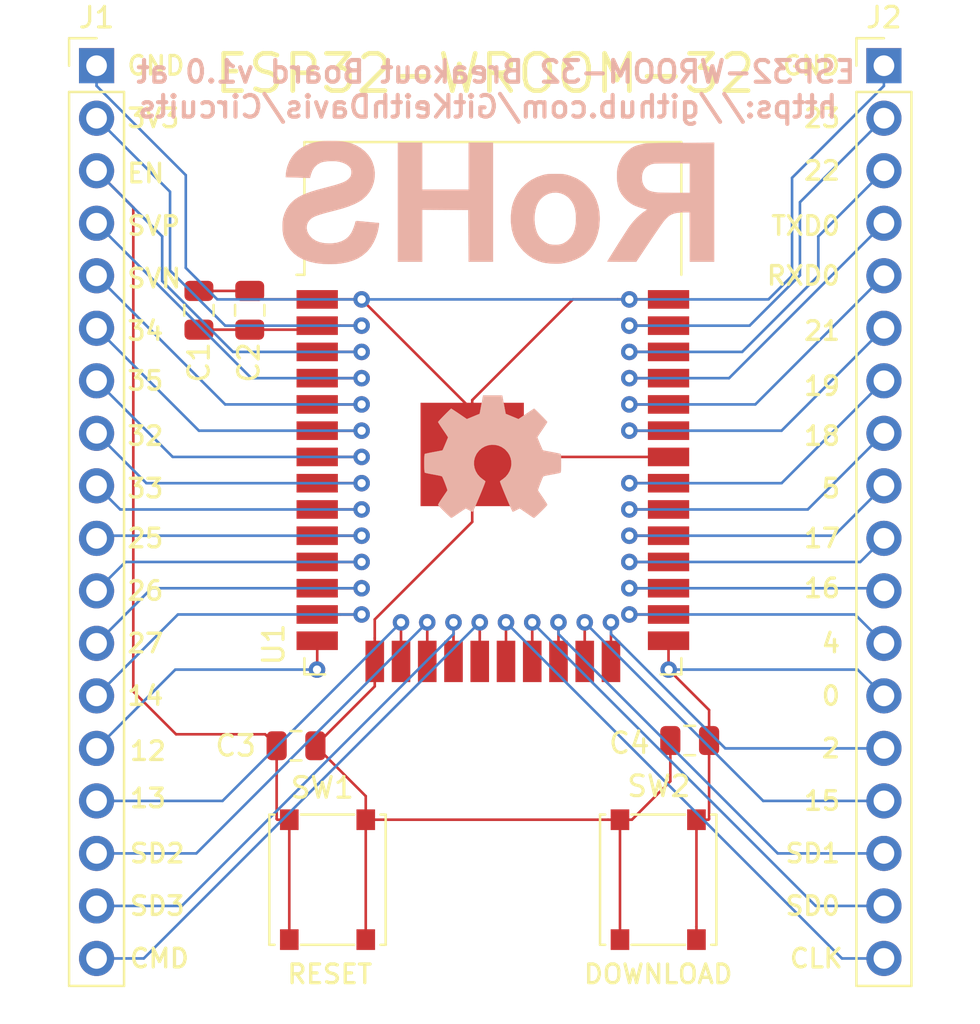
<source format=kicad_pcb>
(kicad_pcb (version 20171130) (host pcbnew 5.0.2+dfsg1-1~bpo9+1)

  (general
    (thickness 1.6)
    (drawings 40)
    (tracks 221)
    (zones 0)
    (modules 11)
    (nets 36)
  )

  (page A)
  (title_block
    (title "ESP32-WROOM-32 Breakout Board")
    (date 2020-03-01)
    (rev 1.0)
    (company https://github.com/GitHeithDavis/Circuits)
    (comment 1 "CERN Open Source Hardware License v1.2")
  )

  (layers
    (0 F.Cu signal)
    (31 B.Cu signal)
    (32 B.Adhes user)
    (33 F.Adhes user)
    (34 B.Paste user)
    (35 F.Paste user)
    (36 B.SilkS user)
    (37 F.SilkS user)
    (38 B.Mask user)
    (39 F.Mask user)
    (40 Dwgs.User user)
    (41 Cmts.User user)
    (42 Eco1.User user)
    (43 Eco2.User user)
    (44 Edge.Cuts user)
    (45 Margin user)
    (46 B.CrtYd user)
    (47 F.CrtYd user)
    (48 B.Fab user)
    (49 F.Fab user)
  )

  (setup
    (last_trace_width 0.127)
    (trace_clearance 0.127)
    (zone_clearance 0.508)
    (zone_45_only no)
    (trace_min 0.127)
    (segment_width 0.2)
    (edge_width 0.16)
    (via_size 0.8)
    (via_drill 0.4)
    (via_min_size 0.6)
    (via_min_drill 0.3)
    (uvia_size 0.3)
    (uvia_drill 0.1)
    (uvias_allowed no)
    (uvia_min_size 0.2)
    (uvia_min_drill 0.1)
    (pcb_text_width 0.35)
    (pcb_text_size 0.9 0.9)
    (mod_edge_width 0.2)
    (mod_text_size 0.9 0.9)
    (mod_text_width 0.16)
    (pad_size 1.7 1.7)
    (pad_drill 1)
    (pad_to_mask_clearance 0.051)
    (solder_mask_min_width 0.25)
    (pad_to_paste_clearance_ratio -0.1)
    (aux_axis_origin 0 0)
    (visible_elements FFFFFF7F)
    (pcbplotparams
      (layerselection 0x010fc_ffffffff)
      (usegerberextensions false)
      (usegerberattributes false)
      (usegerberadvancedattributes false)
      (creategerberjobfile false)
      (excludeedgelayer true)
      (linewidth 0.100000)
      (plotframeref false)
      (viasonmask false)
      (mode 1)
      (useauxorigin false)
      (hpglpennumber 1)
      (hpglpenspeed 20)
      (hpglpendiameter 15.000000)
      (psnegative false)
      (psa4output false)
      (plotreference true)
      (plotvalue true)
      (plotinvisibletext false)
      (padsonsilk false)
      (subtractmaskfromsilk false)
      (outputformat 1)
      (mirror false)
      (drillshape 1)
      (scaleselection 1)
      (outputdirectory ""))
  )

  (net 0 "")
  (net 1 GND)
  (net 2 3V3)
  (net 3 EN)
  (net 4 SENSOR_VP)
  (net 5 SENSOR_VN)
  (net 6 IO34)
  (net 7 IO35)
  (net 8 IO32)
  (net 9 IO33)
  (net 10 IO25)
  (net 11 IO26)
  (net 12 IO27)
  (net 13 IO14)
  (net 14 IO12)
  (net 15 IO13)
  (net 16 SD2)
  (net 17 SD3)
  (net 18 CMD)
  (net 19 CLK)
  (net 20 SD0)
  (net 21 SD1)
  (net 22 IO15)
  (net 23 IO2)
  (net 24 IO0)
  (net 25 IO4)
  (net 26 IO16)
  (net 27 IO17)
  (net 28 IO5)
  (net 29 IO18)
  (net 30 IO19)
  (net 31 IO21)
  (net 32 RXD0)
  (net 33 TXD0)
  (net 34 IO22)
  (net 35 IO23)

  (net_class Default "This is the default net class."
    (clearance 0.127)
    (trace_width 0.127)
    (via_dia 0.8)
    (via_drill 0.4)
    (uvia_dia 0.3)
    (uvia_drill 0.1)
    (diff_pair_gap 0.1016)
    (diff_pair_width 0.2032)
    (add_net 3V3)
    (add_net CLK)
    (add_net CMD)
    (add_net EN)
    (add_net GND)
    (add_net IO0)
    (add_net IO12)
    (add_net IO13)
    (add_net IO14)
    (add_net IO15)
    (add_net IO16)
    (add_net IO17)
    (add_net IO18)
    (add_net IO19)
    (add_net IO2)
    (add_net IO21)
    (add_net IO22)
    (add_net IO23)
    (add_net IO25)
    (add_net IO26)
    (add_net IO27)
    (add_net IO32)
    (add_net IO33)
    (add_net IO34)
    (add_net IO35)
    (add_net IO4)
    (add_net IO5)
    (add_net RXD0)
    (add_net SD0)
    (add_net SD1)
    (add_net SD2)
    (add_net SD3)
    (add_net SENSOR_VN)
    (add_net SENSOR_VP)
    (add_net TXD0)
  )

  (module Connector_PinHeader_2.54mm:PinHeader_1x18_P2.54mm_Vertical (layer F.Cu) (tedit 59FED5CC) (tstamp 5E5B6BB0)
    (at 25.4 38.1)
    (descr "Through hole straight pin header, 1x18, 2.54mm pitch, single row")
    (tags "Through hole pin header THT 1x18 2.54mm single row")
    (path /5E5AAB85)
    (fp_text reference J1 (at 0 -2.33) (layer F.SilkS)
      (effects (font (size 1 1) (thickness 0.15)))
    )
    (fp_text value Conn_01x18 (at 0 45.51) (layer F.Fab)
      (effects (font (size 1 1) (thickness 0.15)))
    )
    (fp_text user %R (at 0 21.59 90) (layer F.Fab)
      (effects (font (size 1 1) (thickness 0.15)))
    )
    (fp_line (start 1.8 -1.8) (end -1.8 -1.8) (layer F.CrtYd) (width 0.05))
    (fp_line (start 1.8 44.95) (end 1.8 -1.8) (layer F.CrtYd) (width 0.05))
    (fp_line (start -1.8 44.95) (end 1.8 44.95) (layer F.CrtYd) (width 0.05))
    (fp_line (start -1.8 -1.8) (end -1.8 44.95) (layer F.CrtYd) (width 0.05))
    (fp_line (start -1.33 -1.33) (end 0 -1.33) (layer F.SilkS) (width 0.12))
    (fp_line (start -1.33 0) (end -1.33 -1.33) (layer F.SilkS) (width 0.12))
    (fp_line (start -1.33 1.27) (end 1.33 1.27) (layer F.SilkS) (width 0.12))
    (fp_line (start 1.33 1.27) (end 1.33 44.51) (layer F.SilkS) (width 0.12))
    (fp_line (start -1.33 1.27) (end -1.33 44.51) (layer F.SilkS) (width 0.12))
    (fp_line (start -1.33 44.51) (end 1.33 44.51) (layer F.SilkS) (width 0.12))
    (fp_line (start -1.27 -0.635) (end -0.635 -1.27) (layer F.Fab) (width 0.1))
    (fp_line (start -1.27 44.45) (end -1.27 -0.635) (layer F.Fab) (width 0.1))
    (fp_line (start 1.27 44.45) (end -1.27 44.45) (layer F.Fab) (width 0.1))
    (fp_line (start 1.27 -1.27) (end 1.27 44.45) (layer F.Fab) (width 0.1))
    (fp_line (start -0.635 -1.27) (end 1.27 -1.27) (layer F.Fab) (width 0.1))
    (pad 18 thru_hole oval (at 0 43.18) (size 1.7 1.7) (drill 1) (layers *.Cu *.Mask)
      (net 18 CMD))
    (pad 17 thru_hole oval (at 0 40.64) (size 1.7 1.7) (drill 1) (layers *.Cu *.Mask)
      (net 17 SD3))
    (pad 16 thru_hole oval (at 0 38.1) (size 1.7 1.7) (drill 1) (layers *.Cu *.Mask)
      (net 16 SD2))
    (pad 15 thru_hole oval (at 0 35.56) (size 1.7 1.7) (drill 1) (layers *.Cu *.Mask)
      (net 15 IO13))
    (pad 14 thru_hole oval (at 0 33.02) (size 1.7 1.7) (drill 1) (layers *.Cu *.Mask)
      (net 14 IO12))
    (pad 13 thru_hole oval (at 0 30.48) (size 1.7 1.7) (drill 1) (layers *.Cu *.Mask)
      (net 13 IO14))
    (pad 12 thru_hole oval (at 0 27.94) (size 1.7 1.7) (drill 1) (layers *.Cu *.Mask)
      (net 12 IO27))
    (pad 11 thru_hole oval (at 0 25.4) (size 1.7 1.7) (drill 1) (layers *.Cu *.Mask)
      (net 11 IO26))
    (pad 10 thru_hole oval (at 0 22.86) (size 1.7 1.7) (drill 1) (layers *.Cu *.Mask)
      (net 10 IO25))
    (pad 9 thru_hole oval (at 0 20.32) (size 1.7 1.7) (drill 1) (layers *.Cu *.Mask)
      (net 9 IO33))
    (pad 8 thru_hole oval (at 0 17.78) (size 1.7 1.7) (drill 1) (layers *.Cu *.Mask)
      (net 8 IO32))
    (pad 7 thru_hole oval (at 0 15.24) (size 1.7 1.7) (drill 1) (layers *.Cu *.Mask)
      (net 7 IO35))
    (pad 6 thru_hole oval (at 0 12.7) (size 1.7 1.7) (drill 1) (layers *.Cu *.Mask)
      (net 6 IO34))
    (pad 5 thru_hole oval (at 0 10.16) (size 1.7 1.7) (drill 1) (layers *.Cu *.Mask)
      (net 5 SENSOR_VN))
    (pad 4 thru_hole oval (at 0 7.62) (size 1.7 1.7) (drill 1) (layers *.Cu *.Mask)
      (net 4 SENSOR_VP))
    (pad 3 thru_hole oval (at 0 5.08) (size 1.7 1.7) (drill 1) (layers *.Cu *.Mask)
      (net 3 EN))
    (pad 2 thru_hole oval (at 0 2.54) (size 1.7 1.7) (drill 1) (layers *.Cu *.Mask)
      (net 2 3V3))
    (pad 1 thru_hole rect (at 0 0) (size 1.7 1.7) (drill 1) (layers *.Cu *.Mask)
      (net 1 GND))
    (model ${KISYS3DMOD}/Connector_PinHeader_2.54mm.3dshapes/PinHeader_1x18_P2.54mm_Vertical.wrl
      (at (xyz 0 0 0))
      (scale (xyz 1 1 1))
      (rotate (xyz 0 0 0))
    )
  )

  (module RF_Module:ESP32-WROOM-32 (layer F.Cu) (tedit 5E5B2C24) (tstamp 5E5AA128)
    (at 44.577 57.658)
    (descr "Single 2.4 GHz Wi-Fi and Bluetooth combo chip https://www.espressif.com/sites/default/files/documentation/esp32-wroom-32_datasheet_en.pdf")
    (tags "Single 2.4 GHz Wi-Fi and Bluetooth combo  chip")
    (path /5E5A9BDF)
    (attr smd)
    (fp_text reference U1 (at -10.61 8.43 90) (layer F.SilkS)
      (effects (font (size 1 1) (thickness 0.15)))
    )
    (fp_text value ESP32-WROOM-32 (at 0 11.5) (layer F.Fab)
      (effects (font (size 1 1) (thickness 0.15)))
    )
    (fp_text user %R (at 0 0) (layer F.Fab)
      (effects (font (size 1 1) (thickness 0.15)))
    )
    (fp_text user "KEEP-OUT ZONE" (at 0 -19) (layer Cmts.User)
      (effects (font (size 1 1) (thickness 0.15)))
    )
    (fp_text user Antenna (at 0 -13) (layer Cmts.User)
      (effects (font (size 1 1) (thickness 0.15)))
    )
    (fp_text user "5 mm" (at 11.8 -14.375) (layer Cmts.User)
      (effects (font (size 0.5 0.5) (thickness 0.1)))
    )
    (fp_text user "5 mm" (at -11.2 -14.375) (layer Cmts.User)
      (effects (font (size 0.5 0.5) (thickness 0.1)))
    )
    (fp_text user "5 mm" (at 7.8 -19.075 90) (layer Cmts.User)
      (effects (font (size 0.5 0.5) (thickness 0.1)))
    )
    (fp_line (start -14 -9.97) (end -14 -20.75) (layer Dwgs.User) (width 0.1))
    (fp_line (start 9 9.76) (end 9 -15.745) (layer F.Fab) (width 0.1))
    (fp_line (start -9 9.76) (end 9 9.76) (layer F.Fab) (width 0.1))
    (fp_line (start -9 -15.745) (end -9 -10.02) (layer F.Fab) (width 0.1))
    (fp_line (start -9 -15.745) (end 9 -15.745) (layer F.Fab) (width 0.1))
    (fp_line (start -9.75 10.5) (end -9.75 -9.72) (layer F.CrtYd) (width 0.05))
    (fp_line (start -9.75 10.5) (end 9.75 10.5) (layer F.CrtYd) (width 0.05))
    (fp_line (start 9.75 -9.72) (end 9.75 10.5) (layer F.CrtYd) (width 0.05))
    (fp_line (start -14.25 -21) (end 14.25 -21) (layer F.CrtYd) (width 0.05))
    (fp_line (start -9 -9.02) (end -9 9.76) (layer F.Fab) (width 0.1))
    (fp_line (start -8.5 -9.52) (end -9 -10.02) (layer F.Fab) (width 0.1))
    (fp_line (start -9 -9.02) (end -8.5 -9.52) (layer F.Fab) (width 0.1))
    (fp_line (start 14 -9.97) (end -14 -9.97) (layer Dwgs.User) (width 0.1))
    (fp_line (start 14 -9.97) (end 14 -20.75) (layer Dwgs.User) (width 0.1))
    (fp_line (start 14 -20.75) (end -14 -20.75) (layer Dwgs.User) (width 0.1))
    (fp_line (start -14.25 -21) (end -14.25 -9.72) (layer F.CrtYd) (width 0.05))
    (fp_line (start 14.25 -21) (end 14.25 -9.72) (layer F.CrtYd) (width 0.05))
    (fp_line (start -14.25 -9.72) (end -9.75 -9.72) (layer F.CrtYd) (width 0.05))
    (fp_line (start 9.75 -9.72) (end 14.25 -9.72) (layer F.CrtYd) (width 0.05))
    (fp_line (start -12.525 -20.75) (end -14 -19.66) (layer Dwgs.User) (width 0.1))
    (fp_line (start -10.525 -20.75) (end -14 -18.045) (layer Dwgs.User) (width 0.1))
    (fp_line (start -8.525 -20.75) (end -14 -16.43) (layer Dwgs.User) (width 0.1))
    (fp_line (start -6.525 -20.75) (end -14 -14.815) (layer Dwgs.User) (width 0.1))
    (fp_line (start -4.525 -20.75) (end -14 -13.2) (layer Dwgs.User) (width 0.1))
    (fp_line (start -2.525 -20.75) (end -14 -11.585) (layer Dwgs.User) (width 0.1))
    (fp_line (start -0.525 -20.75) (end -14 -9.97) (layer Dwgs.User) (width 0.1))
    (fp_line (start 1.475 -20.75) (end -12 -9.97) (layer Dwgs.User) (width 0.1))
    (fp_line (start 3.475 -20.75) (end -10 -9.97) (layer Dwgs.User) (width 0.1))
    (fp_line (start -8 -9.97) (end 5.475 -20.75) (layer Dwgs.User) (width 0.1))
    (fp_line (start 7.475 -20.75) (end -6 -9.97) (layer Dwgs.User) (width 0.1))
    (fp_line (start 9.475 -20.75) (end -4 -9.97) (layer Dwgs.User) (width 0.1))
    (fp_line (start 11.475 -20.75) (end -2 -9.97) (layer Dwgs.User) (width 0.1))
    (fp_line (start 13.475 -20.75) (end 0 -9.97) (layer Dwgs.User) (width 0.1))
    (fp_line (start 14 -19.66) (end 2 -9.97) (layer Dwgs.User) (width 0.1))
    (fp_line (start 14 -18.045) (end 4 -9.97) (layer Dwgs.User) (width 0.1))
    (fp_line (start 14 -16.43) (end 6 -9.97) (layer Dwgs.User) (width 0.1))
    (fp_line (start 14 -14.815) (end 8 -9.97) (layer Dwgs.User) (width 0.1))
    (fp_line (start 14 -13.2) (end 10 -9.97) (layer Dwgs.User) (width 0.1))
    (fp_line (start 14 -11.585) (end 12 -9.97) (layer Dwgs.User) (width 0.1))
    (fp_line (start 9.2 -13.875) (end 13.8 -13.875) (layer Cmts.User) (width 0.1))
    (fp_line (start 13.8 -13.875) (end 13.6 -14.075) (layer Cmts.User) (width 0.1))
    (fp_line (start 13.8 -13.875) (end 13.6 -13.675) (layer Cmts.User) (width 0.1))
    (fp_line (start 9.2 -13.875) (end 9.4 -14.075) (layer Cmts.User) (width 0.1))
    (fp_line (start 9.2 -13.875) (end 9.4 -13.675) (layer Cmts.User) (width 0.1))
    (fp_line (start -13.8 -13.875) (end -13.6 -14.075) (layer Cmts.User) (width 0.1))
    (fp_line (start -13.8 -13.875) (end -13.6 -13.675) (layer Cmts.User) (width 0.1))
    (fp_line (start -9.2 -13.875) (end -9.4 -13.675) (layer Cmts.User) (width 0.1))
    (fp_line (start -13.8 -13.875) (end -9.2 -13.875) (layer Cmts.User) (width 0.1))
    (fp_line (start -9.2 -13.875) (end -9.4 -14.075) (layer Cmts.User) (width 0.1))
    (fp_line (start 8.4 -16) (end 8.2 -16.2) (layer Cmts.User) (width 0.1))
    (fp_line (start 8.4 -16) (end 8.6 -16.2) (layer Cmts.User) (width 0.1))
    (fp_line (start 8.4 -20.6) (end 8.6 -20.4) (layer Cmts.User) (width 0.1))
    (fp_line (start 8.4 -16) (end 8.4 -20.6) (layer Cmts.User) (width 0.1))
    (fp_line (start 8.4 -20.6) (end 8.2 -20.4) (layer Cmts.User) (width 0.1))
    (fp_line (start -9.12 9.1) (end -9.12 9.88) (layer F.SilkS) (width 0.12))
    (fp_line (start -9.12 9.88) (end -8.12 9.88) (layer F.SilkS) (width 0.12))
    (fp_line (start 9.12 9.1) (end 9.12 9.88) (layer F.SilkS) (width 0.12))
    (fp_line (start 9.12 9.88) (end 8.12 9.88) (layer F.SilkS) (width 0.12))
    (fp_line (start -9.12 -15.865) (end 9.12 -15.865) (layer F.SilkS) (width 0.12))
    (fp_line (start 9.12 -15.865) (end 9.12 -9.445) (layer F.SilkS) (width 0.12))
    (fp_line (start -9.12 -15.865) (end -9.12 -9.445) (layer F.SilkS) (width 0.12))
    (fp_line (start -9.12 -9.445) (end -9.5 -9.445) (layer F.SilkS) (width 0.12))
    (pad 39 smd rect (at -1 -0.755) (size 5 5) (layers F.Cu F.Paste F.Mask)
      (net 1 GND))
    (pad 1 smd rect (at -8.5 -8.255) (size 2 0.9) (layers F.Cu F.Paste F.Mask)
      (net 1 GND))
    (pad 2 smd rect (at -8.5 -6.985) (size 2 0.9) (layers F.Cu F.Paste F.Mask)
      (net 2 3V3))
    (pad 3 smd rect (at -8.5 -5.715) (size 2 0.9) (layers F.Cu F.Paste F.Mask)
      (net 3 EN))
    (pad 4 smd rect (at -8.5 -4.445) (size 2 0.9) (layers F.Cu F.Paste F.Mask)
      (net 4 SENSOR_VP))
    (pad 5 smd rect (at -8.5 -3.175) (size 2 0.9) (layers F.Cu F.Paste F.Mask)
      (net 5 SENSOR_VN))
    (pad 6 smd rect (at -8.5 -1.905) (size 2 0.9) (layers F.Cu F.Paste F.Mask)
      (net 6 IO34))
    (pad 7 smd rect (at -8.5 -0.635) (size 2 0.9) (layers F.Cu F.Paste F.Mask)
      (net 7 IO35))
    (pad 8 smd rect (at -8.5 0.635) (size 2 0.9) (layers F.Cu F.Paste F.Mask)
      (net 8 IO32))
    (pad 9 smd rect (at -8.5 1.905) (size 2 0.9) (layers F.Cu F.Paste F.Mask)
      (net 9 IO33))
    (pad 10 smd rect (at -8.5 3.175) (size 2 0.9) (layers F.Cu F.Paste F.Mask)
      (net 10 IO25))
    (pad 11 smd rect (at -8.5 4.445) (size 2 0.9) (layers F.Cu F.Paste F.Mask)
      (net 11 IO26))
    (pad 12 smd rect (at -8.5 5.715) (size 2 0.9) (layers F.Cu F.Paste F.Mask)
      (net 12 IO27))
    (pad 13 smd rect (at -8.5 6.985) (size 2 0.9) (layers F.Cu F.Paste F.Mask)
      (net 13 IO14))
    (pad 14 smd rect (at -8.5 8.255) (size 2 0.9) (layers F.Cu F.Paste F.Mask)
      (net 14 IO12))
    (pad 15 smd rect (at -5.715 9.255 90) (size 2 0.9) (layers F.Cu F.Paste F.Mask)
      (net 1 GND))
    (pad 16 smd rect (at -4.445 9.255 90) (size 2 0.9) (layers F.Cu F.Paste F.Mask)
      (net 15 IO13))
    (pad 17 smd rect (at -3.175 9.255 90) (size 2 0.9) (layers F.Cu F.Paste F.Mask)
      (net 16 SD2))
    (pad 18 smd rect (at -1.905 9.255 90) (size 2 0.9) (layers F.Cu F.Paste F.Mask)
      (net 17 SD3))
    (pad 19 smd rect (at -0.635 9.255 90) (size 2 0.9) (layers F.Cu F.Paste F.Mask)
      (net 18 CMD))
    (pad 20 smd rect (at 0.635 9.255 90) (size 2 0.9) (layers F.Cu F.Paste F.Mask)
      (net 19 CLK))
    (pad 21 smd rect (at 1.905 9.255 90) (size 2 0.9) (layers F.Cu F.Paste F.Mask)
      (net 20 SD0))
    (pad 22 smd rect (at 3.175 9.255 90) (size 2 0.9) (layers F.Cu F.Paste F.Mask)
      (net 21 SD1))
    (pad 23 smd rect (at 4.445 9.255 90) (size 2 0.9) (layers F.Cu F.Paste F.Mask)
      (net 22 IO15))
    (pad 24 smd rect (at 5.715 9.255 90) (size 2 0.9) (layers F.Cu F.Paste F.Mask)
      (net 23 IO2))
    (pad 25 smd rect (at 8.5 8.255) (size 2 0.9) (layers F.Cu F.Paste F.Mask)
      (net 24 IO0))
    (pad 26 smd rect (at 8.5 6.985) (size 2 0.9) (layers F.Cu F.Paste F.Mask)
      (net 25 IO4))
    (pad 27 smd rect (at 8.5 5.715) (size 2 0.9) (layers F.Cu F.Paste F.Mask)
      (net 26 IO16))
    (pad 28 smd rect (at 8.5 4.445) (size 2 0.9) (layers F.Cu F.Paste F.Mask)
      (net 27 IO17))
    (pad 29 smd rect (at 8.5 3.175) (size 2 0.9) (layers F.Cu F.Paste F.Mask)
      (net 28 IO5))
    (pad 30 smd rect (at 8.5 1.905) (size 2 0.9) (layers F.Cu F.Paste F.Mask)
      (net 29 IO18))
    (pad 31 smd rect (at 8.5 0.635) (size 2 0.9) (layers F.Cu F.Paste F.Mask)
      (net 30 IO19))
    (pad 32 smd rect (at 8.5 -0.635) (size 2 0.9) (layers F.Cu F.Paste F.Mask)
      (net 1 GND))
    (pad 33 smd rect (at 8.5 -1.905) (size 2 0.9) (layers F.Cu F.Paste F.Mask)
      (net 31 IO21))
    (pad 34 smd rect (at 8.5 -3.175) (size 2 0.9) (layers F.Cu F.Paste F.Mask)
      (net 32 RXD0))
    (pad 35 smd rect (at 8.5 -4.445) (size 2 0.9) (layers F.Cu F.Paste F.Mask)
      (net 33 TXD0))
    (pad 36 smd rect (at 8.5 -5.715) (size 2 0.9) (layers F.Cu F.Paste F.Mask)
      (net 34 IO22))
    (pad 37 smd rect (at 8.5 -6.985) (size 2 0.9) (layers F.Cu F.Paste F.Mask)
      (net 35 IO23))
    (pad 38 smd rect (at 8.5 -8.255) (size 2 0.9) (layers F.Cu F.Paste F.Mask)
      (net 1 GND))
    (model ${KISYS3DMOD}/RF_Module.3dshapes/ESP32-WROOM-32.wrl
      (at (xyz 0 0 0))
      (scale (xyz 1 1 1))
      (rotate (xyz 0 0 0))
    )
  )

  (module Connector_PinHeader_2.54mm:PinHeader_1x18_P2.54mm_Vertical (layer F.Cu) (tedit 59FED5CC) (tstamp 5E5B6BD6)
    (at 63.5 38.1)
    (descr "Through hole straight pin header, 1x18, 2.54mm pitch, single row")
    (tags "Through hole pin header THT 1x18 2.54mm single row")
    (path /5E5AABF7)
    (fp_text reference J2 (at 0 -2.33) (layer F.SilkS)
      (effects (font (size 1 1) (thickness 0.15)))
    )
    (fp_text value Conn_01x18 (at 0 45.51) (layer F.Fab)
      (effects (font (size 1 1) (thickness 0.15)))
    )
    (fp_text user %R (at 0 21.59 90) (layer F.Fab)
      (effects (font (size 1 1) (thickness 0.15)))
    )
    (fp_line (start 1.8 -1.8) (end -1.8 -1.8) (layer F.CrtYd) (width 0.05))
    (fp_line (start 1.8 44.95) (end 1.8 -1.8) (layer F.CrtYd) (width 0.05))
    (fp_line (start -1.8 44.95) (end 1.8 44.95) (layer F.CrtYd) (width 0.05))
    (fp_line (start -1.8 -1.8) (end -1.8 44.95) (layer F.CrtYd) (width 0.05))
    (fp_line (start -1.33 -1.33) (end 0 -1.33) (layer F.SilkS) (width 0.12))
    (fp_line (start -1.33 0) (end -1.33 -1.33) (layer F.SilkS) (width 0.12))
    (fp_line (start -1.33 1.27) (end 1.33 1.27) (layer F.SilkS) (width 0.12))
    (fp_line (start 1.33 1.27) (end 1.33 44.51) (layer F.SilkS) (width 0.12))
    (fp_line (start -1.33 1.27) (end -1.33 44.51) (layer F.SilkS) (width 0.12))
    (fp_line (start -1.33 44.51) (end 1.33 44.51) (layer F.SilkS) (width 0.12))
    (fp_line (start -1.27 -0.635) (end -0.635 -1.27) (layer F.Fab) (width 0.1))
    (fp_line (start -1.27 44.45) (end -1.27 -0.635) (layer F.Fab) (width 0.1))
    (fp_line (start 1.27 44.45) (end -1.27 44.45) (layer F.Fab) (width 0.1))
    (fp_line (start 1.27 -1.27) (end 1.27 44.45) (layer F.Fab) (width 0.1))
    (fp_line (start -0.635 -1.27) (end 1.27 -1.27) (layer F.Fab) (width 0.1))
    (pad 18 thru_hole oval (at 0 43.18) (size 1.7 1.7) (drill 1) (layers *.Cu *.Mask)
      (net 19 CLK))
    (pad 17 thru_hole oval (at 0 40.64) (size 1.7 1.7) (drill 1) (layers *.Cu *.Mask)
      (net 20 SD0))
    (pad 16 thru_hole oval (at 0 38.1) (size 1.7 1.7) (drill 1) (layers *.Cu *.Mask)
      (net 21 SD1))
    (pad 15 thru_hole oval (at 0 35.56) (size 1.7 1.7) (drill 1) (layers *.Cu *.Mask)
      (net 22 IO15))
    (pad 14 thru_hole oval (at 0 33.02) (size 1.7 1.7) (drill 1) (layers *.Cu *.Mask)
      (net 23 IO2))
    (pad 13 thru_hole oval (at 0 30.48) (size 1.7 1.7) (drill 1) (layers *.Cu *.Mask)
      (net 24 IO0))
    (pad 12 thru_hole oval (at 0 27.94) (size 1.7 1.7) (drill 1) (layers *.Cu *.Mask)
      (net 25 IO4))
    (pad 11 thru_hole oval (at 0 25.4) (size 1.7 1.7) (drill 1) (layers *.Cu *.Mask)
      (net 26 IO16))
    (pad 10 thru_hole oval (at 0 22.86) (size 1.7 1.7) (drill 1) (layers *.Cu *.Mask)
      (net 27 IO17))
    (pad 9 thru_hole oval (at 0 20.32) (size 1.7 1.7) (drill 1) (layers *.Cu *.Mask)
      (net 28 IO5))
    (pad 8 thru_hole oval (at 0 17.78) (size 1.7 1.7) (drill 1) (layers *.Cu *.Mask)
      (net 29 IO18))
    (pad 7 thru_hole oval (at 0 15.24) (size 1.7 1.7) (drill 1) (layers *.Cu *.Mask)
      (net 30 IO19))
    (pad 6 thru_hole oval (at 0 12.7) (size 1.7 1.7) (drill 1) (layers *.Cu *.Mask)
      (net 31 IO21))
    (pad 5 thru_hole oval (at 0 10.16) (size 1.7 1.7) (drill 1) (layers *.Cu *.Mask)
      (net 32 RXD0))
    (pad 4 thru_hole oval (at 0 7.62) (size 1.7 1.7) (drill 1) (layers *.Cu *.Mask)
      (net 33 TXD0))
    (pad 3 thru_hole oval (at 0 5.08) (size 1.7 1.7) (drill 1) (layers *.Cu *.Mask)
      (net 34 IO22))
    (pad 2 thru_hole oval (at 0 2.54) (size 1.7 1.7) (drill 1) (layers *.Cu *.Mask)
      (net 35 IO23))
    (pad 1 thru_hole rect (at 0 0) (size 1.7 1.7) (drill 1) (layers *.Cu *.Mask)
      (net 1 GND))
    (model ${KISYS3DMOD}/Connector_PinHeader_2.54mm.3dshapes/PinHeader_1x18_P2.54mm_Vertical.wrl
      (at (xyz 0 0 0))
      (scale (xyz 1 1 1))
      (rotate (xyz 0 0 0))
    )
  )

  (module Capacitor_SMD:C_0805_2012Metric (layer F.Cu) (tedit 5B36C52B) (tstamp 5E5BCF86)
    (at 30.353 49.929833 90)
    (descr "Capacitor SMD 0805 (2012 Metric), square (rectangular) end terminal, IPC_7351 nominal, (Body size source: https://docs.google.com/spreadsheets/d/1BsfQQcO9C6DZCsRaXUlFlo91Tg2WpOkGARC1WS5S8t0/edit?usp=sharing), generated with kicad-footprint-generator")
    (tags capacitor)
    (path /5E625CFC)
    (attr smd)
    (fp_text reference C1 (at -2.521167 0 90) (layer F.SilkS)
      (effects (font (size 1 1) (thickness 0.15)))
    )
    (fp_text value 22uF (at 0 1.65 90) (layer F.Fab)
      (effects (font (size 1 1) (thickness 0.15)))
    )
    (fp_line (start -1 0.6) (end -1 -0.6) (layer F.Fab) (width 0.1))
    (fp_line (start -1 -0.6) (end 1 -0.6) (layer F.Fab) (width 0.1))
    (fp_line (start 1 -0.6) (end 1 0.6) (layer F.Fab) (width 0.1))
    (fp_line (start 1 0.6) (end -1 0.6) (layer F.Fab) (width 0.1))
    (fp_line (start -0.258578 -0.71) (end 0.258578 -0.71) (layer F.SilkS) (width 0.12))
    (fp_line (start -0.258578 0.71) (end 0.258578 0.71) (layer F.SilkS) (width 0.12))
    (fp_line (start -1.68 0.95) (end -1.68 -0.95) (layer F.CrtYd) (width 0.05))
    (fp_line (start -1.68 -0.95) (end 1.68 -0.95) (layer F.CrtYd) (width 0.05))
    (fp_line (start 1.68 -0.95) (end 1.68 0.95) (layer F.CrtYd) (width 0.05))
    (fp_line (start 1.68 0.95) (end -1.68 0.95) (layer F.CrtYd) (width 0.05))
    (fp_text user %R (at 0 0 90) (layer F.Fab)
      (effects (font (size 0.5 0.5) (thickness 0.08)))
    )
    (pad 1 smd roundrect (at -0.9375 0 90) (size 0.975 1.4) (layers F.Cu F.Paste F.Mask) (roundrect_rratio 0.25)
      (net 2 3V3))
    (pad 2 smd roundrect (at 0.9375 0 90) (size 0.975 1.4) (layers F.Cu F.Paste F.Mask) (roundrect_rratio 0.25)
      (net 1 GND))
    (model ${KISYS3DMOD}/Capacitor_SMD.3dshapes/C_0805_2012Metric.wrl
      (at (xyz 0 0 0))
      (scale (xyz 1 1 1))
      (rotate (xyz 0 0 0))
    )
  )

  (module Capacitor_SMD:C_0805_2012Metric (layer F.Cu) (tedit 5B36C52B) (tstamp 5E5BCF97)
    (at 32.812171 49.929833 90)
    (descr "Capacitor SMD 0805 (2012 Metric), square (rectangular) end terminal, IPC_7351 nominal, (Body size source: https://docs.google.com/spreadsheets/d/1BsfQQcO9C6DZCsRaXUlFlo91Tg2WpOkGARC1WS5S8t0/edit?usp=sharing), generated with kicad-footprint-generator")
    (tags capacitor)
    (path /5E62AF08)
    (attr smd)
    (fp_text reference C2 (at -2.521167 -0.046171 90) (layer F.SilkS)
      (effects (font (size 1 1) (thickness 0.15)))
    )
    (fp_text value 22uF (at 0 1.65 90) (layer F.Fab)
      (effects (font (size 1 1) (thickness 0.15)))
    )
    (fp_text user %R (at 0 0 90) (layer F.Fab)
      (effects (font (size 0.5 0.5) (thickness 0.08)))
    )
    (fp_line (start 1.68 0.95) (end -1.68 0.95) (layer F.CrtYd) (width 0.05))
    (fp_line (start 1.68 -0.95) (end 1.68 0.95) (layer F.CrtYd) (width 0.05))
    (fp_line (start -1.68 -0.95) (end 1.68 -0.95) (layer F.CrtYd) (width 0.05))
    (fp_line (start -1.68 0.95) (end -1.68 -0.95) (layer F.CrtYd) (width 0.05))
    (fp_line (start -0.258578 0.71) (end 0.258578 0.71) (layer F.SilkS) (width 0.12))
    (fp_line (start -0.258578 -0.71) (end 0.258578 -0.71) (layer F.SilkS) (width 0.12))
    (fp_line (start 1 0.6) (end -1 0.6) (layer F.Fab) (width 0.1))
    (fp_line (start 1 -0.6) (end 1 0.6) (layer F.Fab) (width 0.1))
    (fp_line (start -1 -0.6) (end 1 -0.6) (layer F.Fab) (width 0.1))
    (fp_line (start -1 0.6) (end -1 -0.6) (layer F.Fab) (width 0.1))
    (pad 2 smd roundrect (at 0.9375 0 90) (size 0.975 1.4) (layers F.Cu F.Paste F.Mask) (roundrect_rratio 0.25)
      (net 1 GND))
    (pad 1 smd roundrect (at -0.9375 0 90) (size 0.975 1.4) (layers F.Cu F.Paste F.Mask) (roundrect_rratio 0.25)
      (net 2 3V3))
    (model ${KISYS3DMOD}/Capacitor_SMD.3dshapes/C_0805_2012Metric.wrl
      (at (xyz 0 0 0))
      (scale (xyz 1 1 1))
      (rotate (xyz 0 0 0))
    )
  )

  (module Capacitor_SMD:C_0805_2012Metric (layer F.Cu) (tedit 5B36C52B) (tstamp 5E5B8B32)
    (at 35.052 70.993)
    (descr "Capacitor SMD 0805 (2012 Metric), square (rectangular) end terminal, IPC_7351 nominal, (Body size source: https://docs.google.com/spreadsheets/d/1BsfQQcO9C6DZCsRaXUlFlo91Tg2WpOkGARC1WS5S8t0/edit?usp=sharing), generated with kicad-footprint-generator")
    (tags capacitor)
    (path /5E640EE6)
    (attr smd)
    (fp_text reference C3 (at -2.921 0) (layer F.SilkS)
      (effects (font (size 1 1) (thickness 0.15)))
    )
    (fp_text value 0.1uF (at 3.81 0) (layer F.Fab)
      (effects (font (size 1 1) (thickness 0.15)))
    )
    (fp_line (start -1 0.6) (end -1 -0.6) (layer F.Fab) (width 0.1))
    (fp_line (start -1 -0.6) (end 1 -0.6) (layer F.Fab) (width 0.1))
    (fp_line (start 1 -0.6) (end 1 0.6) (layer F.Fab) (width 0.1))
    (fp_line (start 1 0.6) (end -1 0.6) (layer F.Fab) (width 0.1))
    (fp_line (start -0.258578 -0.71) (end 0.258578 -0.71) (layer F.SilkS) (width 0.12))
    (fp_line (start -0.258578 0.71) (end 0.258578 0.71) (layer F.SilkS) (width 0.12))
    (fp_line (start -1.68 0.95) (end -1.68 -0.95) (layer F.CrtYd) (width 0.05))
    (fp_line (start -1.68 -0.95) (end 1.68 -0.95) (layer F.CrtYd) (width 0.05))
    (fp_line (start 1.68 -0.95) (end 1.68 0.95) (layer F.CrtYd) (width 0.05))
    (fp_line (start 1.68 0.95) (end -1.68 0.95) (layer F.CrtYd) (width 0.05))
    (fp_text user %R (at 0 0 90) (layer F.Fab)
      (effects (font (size 0.5 0.5) (thickness 0.08)))
    )
    (pad 1 smd roundrect (at -0.9375 0) (size 0.975 1.4) (layers F.Cu F.Paste F.Mask) (roundrect_rratio 0.25)
      (net 3 EN))
    (pad 2 smd roundrect (at 0.9375 0) (size 0.975 1.4) (layers F.Cu F.Paste F.Mask) (roundrect_rratio 0.25)
      (net 1 GND))
    (model ${KISYS3DMOD}/Capacitor_SMD.3dshapes/C_0805_2012Metric.wrl
      (at (xyz 0 0 0))
      (scale (xyz 1 1 1))
      (rotate (xyz 0 0 0))
    )
  )

  (module Capacitor_SMD:C_0805_2012Metric (layer F.Cu) (tedit 5B36C52B) (tstamp 5E5B8B43)
    (at 54.102 70.739 180)
    (descr "Capacitor SMD 0805 (2012 Metric), square (rectangular) end terminal, IPC_7351 nominal, (Body size source: https://docs.google.com/spreadsheets/d/1BsfQQcO9C6DZCsRaXUlFlo91Tg2WpOkGARC1WS5S8t0/edit?usp=sharing), generated with kicad-footprint-generator")
    (tags capacitor)
    (path /5E65A85A)
    (attr smd)
    (fp_text reference C4 (at 2.921 -0.127 180) (layer F.SilkS)
      (effects (font (size 1 1) (thickness 0.15)))
    )
    (fp_text value 0.1uF (at -3.81 0 180) (layer F.Fab)
      (effects (font (size 1 1) (thickness 0.15)))
    )
    (fp_text user %R (at 0 0 270) (layer F.Fab)
      (effects (font (size 0.5 0.5) (thickness 0.08)))
    )
    (fp_line (start 1.68 0.95) (end -1.68 0.95) (layer F.CrtYd) (width 0.05))
    (fp_line (start 1.68 -0.95) (end 1.68 0.95) (layer F.CrtYd) (width 0.05))
    (fp_line (start -1.68 -0.95) (end 1.68 -0.95) (layer F.CrtYd) (width 0.05))
    (fp_line (start -1.68 0.95) (end -1.68 -0.95) (layer F.CrtYd) (width 0.05))
    (fp_line (start -0.258578 0.71) (end 0.258578 0.71) (layer F.SilkS) (width 0.12))
    (fp_line (start -0.258578 -0.71) (end 0.258578 -0.71) (layer F.SilkS) (width 0.12))
    (fp_line (start 1 0.6) (end -1 0.6) (layer F.Fab) (width 0.1))
    (fp_line (start 1 -0.6) (end 1 0.6) (layer F.Fab) (width 0.1))
    (fp_line (start -1 -0.6) (end 1 -0.6) (layer F.Fab) (width 0.1))
    (fp_line (start -1 0.6) (end -1 -0.6) (layer F.Fab) (width 0.1))
    (pad 2 smd roundrect (at 0.9375 0 180) (size 0.975 1.4) (layers F.Cu F.Paste F.Mask) (roundrect_rratio 0.25)
      (net 1 GND))
    (pad 1 smd roundrect (at -0.9375 0 180) (size 0.975 1.4) (layers F.Cu F.Paste F.Mask) (roundrect_rratio 0.25)
      (net 24 IO0))
    (model ${KISYS3DMOD}/Capacitor_SMD.3dshapes/C_0805_2012Metric.wrl
      (at (xyz 0 0 0))
      (scale (xyz 1 1 1))
      (rotate (xyz 0 0 0))
    )
  )

  (module Button_Switch_SMD:Button_Switch_Push_NO_LCSC_TS5215A160gf (layer F.Cu) (tedit 5E5B3EBF) (tstamp 5E5B97E7)
    (at 36.576 77.47 270)
    (descr "Surface Mount Tactile Switch for High-Density Packaging")
    (tags "Tactile Switch")
    (path /5E640D02)
    (attr smd)
    (fp_text reference SW1 (at -4.445 0.254) (layer F.SilkS)
      (effects (font (size 1 1) (thickness 0.15)))
    )
    (fp_text value SW_Push (at 0 4.6482 270) (layer F.Fab)
      (effects (font (size 1 1) (thickness 0.15)))
    )
    (fp_line (start -3.556 3.175) (end -3.556 -3.175) (layer F.CrtYd) (width 0.15))
    (fp_line (start 3.556 3.175) (end -3.556 3.175) (layer F.CrtYd) (width 0.15))
    (fp_line (start 3.556 -3.175) (end 3.556 3.175) (layer F.CrtYd) (width 0.15))
    (fp_line (start -3.556 -3.175) (end 3.556 -3.175) (layer F.CrtYd) (width 0.15))
    (fp_circle (center 0 0) (end 1.65 0) (layer F.Fab) (width 0.1))
    (fp_line (start 3.15 -1.3) (end 3.15 1.3) (layer F.SilkS) (width 0.12))
    (fp_line (start -3.15 2.815) (end -3.15 2.565) (layer F.SilkS) (width 0.12))
    (fp_line (start 3.15 2.815) (end -3.15 2.815) (layer F.SilkS) (width 0.12))
    (fp_line (start 3.15 2.565) (end 3.15 2.815) (layer F.SilkS) (width 0.12))
    (fp_line (start -3.15 1.3) (end -3.15 -1.3) (layer F.SilkS) (width 0.12))
    (fp_line (start 3.15 -2.815) (end 3.15 -2.565) (layer F.SilkS) (width 0.12))
    (fp_line (start -3.15 -2.815) (end 3.15 -2.815) (layer F.SilkS) (width 0.12))
    (fp_line (start -3.15 -2.565) (end -3.15 -2.815) (layer F.SilkS) (width 0.12))
    (fp_text user %R (at -4.445 0.254) (layer F.Fab)
      (effects (font (size 1 1) (thickness 0.15)))
    )
    (pad 2 smd rect (at 2.9 1.85 270) (size 1 0.9) (layers F.Cu F.Paste F.Mask)
      (net 3 EN))
    (pad 2 smd rect (at -2.9 1.85 270) (size 1 0.9) (layers F.Cu F.Paste F.Mask)
      (net 3 EN))
    (pad 1 smd rect (at 2.9 -1.85 270) (size 1 0.9) (layers F.Cu F.Paste F.Mask)
      (net 1 GND))
    (pad 1 smd rect (at -2.9 -1.85 270) (size 1 0.9) (layers F.Cu F.Paste F.Mask)
      (net 1 GND))
    (model ${KISYS3DMOD}/Button_Switch_SMD.3dshapes/SW_SPST_B3S-1000.wrl
      (at (xyz 0 0 0))
      (scale (xyz 1 1 1))
      (rotate (xyz 0 0 0))
    )
  )

  (module Button_Switch_SMD:Button_Switch_Push_NO_LCSC_TS5215A160gf (layer F.Cu) (tedit 5E5B3EBF) (tstamp 5E5B97FD)
    (at 52.578 77.47 90)
    (descr "Surface Mount Tactile Switch for High-Density Packaging")
    (tags "Tactile Switch")
    (path /5E6573D4)
    (attr smd)
    (fp_text reference SW2 (at 4.520001 0.030999 180) (layer F.SilkS)
      (effects (font (size 1 1) (thickness 0.15)))
    )
    (fp_text value SW_Push (at 0 4.6482 90) (layer F.Fab)
      (effects (font (size 1 1) (thickness 0.15)))
    )
    (fp_text user %R (at 4.520001 0.030999 180) (layer F.Fab)
      (effects (font (size 1 1) (thickness 0.15)))
    )
    (fp_line (start -3.15 -2.565) (end -3.15 -2.815) (layer F.SilkS) (width 0.12))
    (fp_line (start -3.15 -2.815) (end 3.15 -2.815) (layer F.SilkS) (width 0.12))
    (fp_line (start 3.15 -2.815) (end 3.15 -2.565) (layer F.SilkS) (width 0.12))
    (fp_line (start -3.15 1.3) (end -3.15 -1.3) (layer F.SilkS) (width 0.12))
    (fp_line (start 3.15 2.565) (end 3.15 2.815) (layer F.SilkS) (width 0.12))
    (fp_line (start 3.15 2.815) (end -3.15 2.815) (layer F.SilkS) (width 0.12))
    (fp_line (start -3.15 2.815) (end -3.15 2.565) (layer F.SilkS) (width 0.12))
    (fp_line (start 3.15 -1.3) (end 3.15 1.3) (layer F.SilkS) (width 0.12))
    (fp_circle (center 0 0) (end 1.65 0) (layer F.Fab) (width 0.1))
    (fp_line (start -3.556 -3.175) (end 3.556 -3.175) (layer F.CrtYd) (width 0.15))
    (fp_line (start 3.556 -3.175) (end 3.556 3.175) (layer F.CrtYd) (width 0.15))
    (fp_line (start 3.556 3.175) (end -3.556 3.175) (layer F.CrtYd) (width 0.15))
    (fp_line (start -3.556 3.175) (end -3.556 -3.175) (layer F.CrtYd) (width 0.15))
    (pad 1 smd rect (at -2.9 -1.85 90) (size 1 0.9) (layers F.Cu F.Paste F.Mask)
      (net 1 GND))
    (pad 1 smd rect (at 2.9 -1.85 90) (size 1 0.9) (layers F.Cu F.Paste F.Mask)
      (net 1 GND))
    (pad 2 smd rect (at -2.9 1.85 90) (size 1 0.9) (layers F.Cu F.Paste F.Mask)
      (net 24 IO0))
    (pad 2 smd rect (at 2.9 1.85 90) (size 1 0.9) (layers F.Cu F.Paste F.Mask)
      (net 24 IO0))
    (model ${KISYS3DMOD}/Button_Switch_SMD.3dshapes/SW_SPST_B3S-1000.wrl
      (at (xyz 0 0 0))
      (scale (xyz 1 1 1))
      (rotate (xyz 0 0 0))
    )
  )

  (module Symbol:OSHW-Symbol_6.7x6mm_SilkScreen (layer B.Cu) (tedit 0) (tstamp 5E5CE0BA)
    (at 44.577 57.023 180)
    (descr "Open Source Hardware Symbol")
    (tags "Logo Symbol OSHW")
    (attr virtual)
    (fp_text reference REF** (at 0 0 180) (layer B.SilkS) hide
      (effects (font (size 1 1) (thickness 0.15)) (justify mirror))
    )
    (fp_text value OSHW-Symbol_6.7x6mm_SilkScreen (at 0.75 0 180) (layer B.Fab) hide
      (effects (font (size 1 1) (thickness 0.15)) (justify mirror))
    )
    (fp_poly (pts (xy 0.555814 2.531069) (xy 0.639635 2.086445) (xy 0.94892 1.958947) (xy 1.258206 1.831449)
      (xy 1.629246 2.083754) (xy 1.733157 2.154004) (xy 1.827087 2.216728) (xy 1.906652 2.269062)
      (xy 1.96747 2.308143) (xy 2.005157 2.331107) (xy 2.015421 2.336058) (xy 2.03391 2.323324)
      (xy 2.07342 2.288118) (xy 2.129522 2.234938) (xy 2.197787 2.168282) (xy 2.273786 2.092646)
      (xy 2.353092 2.012528) (xy 2.431275 1.932426) (xy 2.503907 1.856836) (xy 2.566559 1.790255)
      (xy 2.614803 1.737182) (xy 2.64421 1.702113) (xy 2.651241 1.690377) (xy 2.641123 1.66874)
      (xy 2.612759 1.621338) (xy 2.569129 1.552807) (xy 2.513218 1.467785) (xy 2.448006 1.370907)
      (xy 2.410219 1.31565) (xy 2.341343 1.214752) (xy 2.28014 1.123701) (xy 2.229578 1.04703)
      (xy 2.192628 0.989272) (xy 2.172258 0.954957) (xy 2.169197 0.947746) (xy 2.176136 0.927252)
      (xy 2.195051 0.879487) (xy 2.223087 0.811168) (xy 2.257391 0.729011) (xy 2.295109 0.63973)
      (xy 2.333387 0.550042) (xy 2.36937 0.466662) (xy 2.400206 0.396306) (xy 2.423039 0.34569)
      (xy 2.435017 0.321529) (xy 2.435724 0.320578) (xy 2.454531 0.315964) (xy 2.504618 0.305672)
      (xy 2.580793 0.290713) (xy 2.677865 0.272099) (xy 2.790643 0.250841) (xy 2.856442 0.238582)
      (xy 2.97695 0.215638) (xy 3.085797 0.193805) (xy 3.177476 0.174278) (xy 3.246481 0.158252)
      (xy 3.287304 0.146921) (xy 3.295511 0.143326) (xy 3.303548 0.118994) (xy 3.310033 0.064041)
      (xy 3.31497 -0.015108) (xy 3.318364 -0.112026) (xy 3.320218 -0.220287) (xy 3.320538 -0.333465)
      (xy 3.319327 -0.445135) (xy 3.31659 -0.548868) (xy 3.312331 -0.638241) (xy 3.306555 -0.706826)
      (xy 3.299267 -0.748197) (xy 3.294895 -0.75681) (xy 3.268764 -0.767133) (xy 3.213393 -0.781892)
      (xy 3.136107 -0.799352) (xy 3.04423 -0.81778) (xy 3.012158 -0.823741) (xy 2.857524 -0.852066)
      (xy 2.735375 -0.874876) (xy 2.641673 -0.89308) (xy 2.572384 -0.907583) (xy 2.523471 -0.919292)
      (xy 2.490897 -0.929115) (xy 2.470628 -0.937956) (xy 2.458626 -0.946724) (xy 2.456947 -0.948457)
      (xy 2.440184 -0.976371) (xy 2.414614 -1.030695) (xy 2.382788 -1.104777) (xy 2.34726 -1.191965)
      (xy 2.310583 -1.285608) (xy 2.275311 -1.379052) (xy 2.243996 -1.465647) (xy 2.219193 -1.53874)
      (xy 2.203454 -1.591678) (xy 2.199332 -1.617811) (xy 2.199676 -1.618726) (xy 2.213641 -1.640086)
      (xy 2.245322 -1.687084) (xy 2.291391 -1.754827) (xy 2.348518 -1.838423) (xy 2.413373 -1.932982)
      (xy 2.431843 -1.959854) (xy 2.497699 -2.057275) (xy 2.55565 -2.146163) (xy 2.602538 -2.221412)
      (xy 2.635207 -2.27792) (xy 2.6505 -2.310581) (xy 2.651241 -2.314593) (xy 2.638392 -2.335684)
      (xy 2.602888 -2.377464) (xy 2.549293 -2.435445) (xy 2.482171 -2.505135) (xy 2.406087 -2.582045)
      (xy 2.325604 -2.661683) (xy 2.245287 -2.739561) (xy 2.169699 -2.811186) (xy 2.103405 -2.87207)
      (xy 2.050969 -2.917721) (xy 2.016955 -2.94365) (xy 2.007545 -2.947883) (xy 1.985643 -2.937912)
      (xy 1.9408 -2.91102) (xy 1.880321 -2.871736) (xy 1.833789 -2.840117) (xy 1.749475 -2.782098)
      (xy 1.649626 -2.713784) (xy 1.549473 -2.645579) (xy 1.495627 -2.609075) (xy 1.313371 -2.4858)
      (xy 1.160381 -2.56852) (xy 1.090682 -2.604759) (xy 1.031414 -2.632926) (xy 0.991311 -2.648991)
      (xy 0.981103 -2.651226) (xy 0.968829 -2.634722) (xy 0.944613 -2.588082) (xy 0.910263 -2.515609)
      (xy 0.867588 -2.421606) (xy 0.818394 -2.310374) (xy 0.76449 -2.186215) (xy 0.707684 -2.053432)
      (xy 0.649782 -1.916327) (xy 0.592593 -1.779202) (xy 0.537924 -1.646358) (xy 0.487584 -1.522098)
      (xy 0.44338 -1.410725) (xy 0.407119 -1.316539) (xy 0.380609 -1.243844) (xy 0.365658 -1.196941)
      (xy 0.363254 -1.180833) (xy 0.382311 -1.160286) (xy 0.424036 -1.126933) (xy 0.479706 -1.087702)
      (xy 0.484378 -1.084599) (xy 0.628264 -0.969423) (xy 0.744283 -0.835053) (xy 0.83143 -0.685784)
      (xy 0.888699 -0.525913) (xy 0.915086 -0.359737) (xy 0.909585 -0.191552) (xy 0.87119 -0.025655)
      (xy 0.798895 0.133658) (xy 0.777626 0.168513) (xy 0.666996 0.309263) (xy 0.536302 0.422286)
      (xy 0.390064 0.506997) (xy 0.232808 0.562806) (xy 0.069057 0.589126) (xy -0.096667 0.58537)
      (xy -0.259838 0.55095) (xy -0.415935 0.485277) (xy -0.560433 0.387765) (xy -0.605131 0.348187)
      (xy -0.718888 0.224297) (xy -0.801782 0.093876) (xy -0.858644 -0.052315) (xy -0.890313 -0.197088)
      (xy -0.898131 -0.35986) (xy -0.872062 -0.52344) (xy -0.814755 -0.682298) (xy -0.728856 -0.830906)
      (xy -0.617014 -0.963735) (xy -0.481877 -1.075256) (xy -0.464117 -1.087011) (xy -0.40785 -1.125508)
      (xy -0.365077 -1.158863) (xy -0.344628 -1.18016) (xy -0.344331 -1.180833) (xy -0.348721 -1.203871)
      (xy -0.366124 -1.256157) (xy -0.394732 -1.33339) (xy -0.432735 -1.431268) (xy -0.478326 -1.545491)
      (xy -0.529697 -1.671758) (xy -0.585038 -1.805767) (xy -0.642542 -1.943218) (xy -0.700399 -2.079808)
      (xy -0.756802 -2.211237) (xy -0.809942 -2.333205) (xy -0.85801 -2.441409) (xy -0.899199 -2.531549)
      (xy -0.931699 -2.599323) (xy -0.953703 -2.64043) (xy -0.962564 -2.651226) (xy -0.98964 -2.642819)
      (xy -1.040303 -2.620272) (xy -1.105817 -2.587613) (xy -1.141841 -2.56852) (xy -1.294832 -2.4858)
      (xy -1.477088 -2.609075) (xy -1.570125 -2.672228) (xy -1.671985 -2.741727) (xy -1.767438 -2.807165)
      (xy -1.81525 -2.840117) (xy -1.882495 -2.885273) (xy -1.939436 -2.921057) (xy -1.978646 -2.942938)
      (xy -1.991381 -2.947563) (xy -2.009917 -2.935085) (xy -2.050941 -2.900252) (xy -2.110475 -2.846678)
      (xy -2.184542 -2.777983) (xy -2.269165 -2.697781) (xy -2.322685 -2.646286) (xy -2.416319 -2.554286)
      (xy -2.497241 -2.471999) (xy -2.562177 -2.402945) (xy -2.607858 -2.350644) (xy -2.631011 -2.318616)
      (xy -2.633232 -2.312116) (xy -2.622924 -2.287394) (xy -2.594439 -2.237405) (xy -2.550937 -2.167212)
      (xy -2.495577 -2.081875) (xy -2.43152 -1.986456) (xy -2.413303 -1.959854) (xy -2.346927 -1.863167)
      (xy -2.287378 -1.776117) (xy -2.237984 -1.703595) (xy -2.202075 -1.650493) (xy -2.182981 -1.621703)
      (xy -2.181136 -1.618726) (xy -2.183895 -1.595782) (xy -2.198538 -1.545336) (xy -2.222513 -1.474041)
      (xy -2.253266 -1.388547) (xy -2.288244 -1.295507) (xy -2.324893 -1.201574) (xy -2.360661 -1.113399)
      (xy -2.392994 -1.037634) (xy -2.419338 -0.980931) (xy -2.437142 -0.949943) (xy -2.438407 -0.948457)
      (xy -2.449294 -0.939601) (xy -2.467682 -0.930843) (xy -2.497606 -0.921277) (xy -2.543103 -0.909996)
      (xy -2.608209 -0.896093) (xy -2.696961 -0.878663) (xy -2.813393 -0.856798) (xy -2.961542 -0.829591)
      (xy -2.993618 -0.823741) (xy -3.088686 -0.805374) (xy -3.171565 -0.787405) (xy -3.23493 -0.771569)
      (xy -3.271458 -0.7596) (xy -3.276356 -0.75681) (xy -3.284427 -0.732072) (xy -3.290987 -0.67679)
      (xy -3.296033 -0.597389) (xy -3.299559 -0.500296) (xy -3.301561 -0.391938) (xy -3.302036 -0.27874)
      (xy -3.300977 -0.167128) (xy -3.298382 -0.063529) (xy -3.294246 0.025632) (xy -3.288563 0.093928)
      (xy -3.281331 0.134934) (xy -3.276971 0.143326) (xy -3.252698 0.151792) (xy -3.197426 0.165565)
      (xy -3.116662 0.18345) (xy -3.015912 0.204252) (xy -2.900683 0.226777) (xy -2.837902 0.238582)
      (xy -2.718787 0.260849) (xy -2.612565 0.281021) (xy -2.524427 0.298085) (xy -2.459566 0.311031)
      (xy -2.423174 0.318845) (xy -2.417184 0.320578) (xy -2.407061 0.34011) (xy -2.385662 0.387157)
      (xy -2.355839 0.454997) (xy -2.320445 0.536909) (xy -2.282332 0.626172) (xy -2.244353 0.716065)
      (xy -2.20936 0.799865) (xy -2.180206 0.870853) (xy -2.159743 0.922306) (xy -2.150823 0.947503)
      (xy -2.150657 0.948604) (xy -2.160769 0.968481) (xy -2.189117 1.014223) (xy -2.232723 1.081283)
      (xy -2.288606 1.165116) (xy -2.353787 1.261174) (xy -2.391679 1.31635) (xy -2.460725 1.417519)
      (xy -2.52205 1.50937) (xy -2.572663 1.587256) (xy -2.609571 1.646531) (xy -2.629782 1.682549)
      (xy -2.632701 1.690623) (xy -2.620153 1.709416) (xy -2.585463 1.749543) (xy -2.533063 1.806507)
      (xy -2.467384 1.875815) (xy -2.392856 1.952969) (xy -2.313913 2.033475) (xy -2.234983 2.112837)
      (xy -2.1605 2.18656) (xy -2.094894 2.250148) (xy -2.042596 2.299106) (xy -2.008039 2.328939)
      (xy -1.996478 2.336058) (xy -1.977654 2.326047) (xy -1.932631 2.297922) (xy -1.865787 2.254546)
      (xy -1.781499 2.198782) (xy -1.684144 2.133494) (xy -1.610707 2.083754) (xy -1.239667 1.831449)
      (xy -0.621095 2.086445) (xy -0.537275 2.531069) (xy -0.453454 2.975693) (xy 0.471994 2.975693)
      (xy 0.555814 2.531069)) (layer B.SilkS) (width 0.01))
  )

  (module Symbol:RoHS-Logo_6mm_SilkScreen (layer B.Cu) (tedit 0) (tstamp 5E5CE12B)
    (at 44.831 44.704 180)
    (descr "Restriction of Hazardous Substances Directive Logo")
    (tags "Logo RoHS")
    (attr virtual)
    (fp_text reference REF** (at 0 0 180) (layer B.SilkS) hide
      (effects (font (size 1 1) (thickness 0.15)) (justify mirror))
    )
    (fp_text value RoHS-Logo_6mm_SilkScreen (at 0.75 0 180) (layer B.Fab) hide
      (effects (font (size 1 1) (thickness 0.15)) (justify mirror))
    )
    (fp_poly (pts (xy 1.42875 0.612321) (xy 3.673928 0.612321) (xy 3.673928 2.880179) (xy 4.853214 2.880179)
      (xy 4.853214 -2.880179) (xy 3.673928 -2.880179) (xy 3.673928 -0.36243) (xy 2.557008 -0.368313)
      (xy 1.440089 -0.374196) (xy 1.434227 -1.627187) (xy 1.428365 -2.880179) (xy 0.249464 -2.880179)
      (xy 0.249464 2.880179) (xy 1.42875 2.880179) (xy 1.42875 0.612321)) (layer B.SilkS) (width 0.01))
    (fp_poly (pts (xy -8.861652 2.872954) (xy -8.505405 2.870235) (xy -8.187134 2.86702) (xy -7.907855 2.86333)
      (xy -7.668584 2.859186) (xy -7.470337 2.854609) (xy -7.314129 2.84962) (xy -7.200976 2.84424)
      (xy -7.131893 2.838489) (xy -7.121072 2.836901) (xy -6.91057 2.795776) (xy -6.736407 2.750064)
      (xy -6.589567 2.695637) (xy -6.461035 2.628368) (xy -6.341796 2.544132) (xy -6.222832 2.4388)
      (xy -6.197601 2.414167) (xy -6.102109 2.315495) (xy -6.031593 2.230617) (xy -5.97545 2.145193)
      (xy -5.923081 2.044883) (xy -5.920266 2.038998) (xy -5.85113 1.883256) (xy -5.802871 1.744381)
      (xy -5.772223 1.607352) (xy -5.755921 1.457144) (xy -5.7507 1.278735) (xy -5.750662 1.258661)
      (xy -5.76256 1.004707) (xy -5.800139 0.782572) (xy -5.866225 0.584896) (xy -5.963644 0.404321)
      (xy -6.095221 0.233487) (xy -6.177789 0.146348) (xy -6.288577 0.043442) (xy -6.399505 -0.042462)
      (xy -6.518579 -0.115341) (xy -6.653806 -0.17917) (xy -6.81319 -0.237928) (xy -7.004739 -0.29559)
      (xy -7.140572 -0.331866) (xy -7.216769 -0.351518) (xy -7.049858 -0.464581) (xy -6.880055 -0.595003)
      (xy -6.705 -0.757436) (xy -6.535086 -0.941314) (xy -6.380705 -1.136076) (xy -6.357854 -1.167946)
      (xy -6.318862 -1.225149) (xy -6.262238 -1.310945) (xy -6.190977 -1.420589) (xy -6.108073 -1.549336)
      (xy -6.016522 -1.692441) (xy -5.919316 -1.845156) (xy -5.819452 -2.002738) (xy -5.719923 -2.16044)
      (xy -5.623725 -2.313517) (xy -5.533851 -2.457224) (xy -5.453297 -2.586814) (xy -5.385057 -2.697542)
      (xy -5.332125 -2.784663) (xy -5.297497 -2.843431) (xy -5.284166 -2.869101) (xy -5.284108 -2.869531)
      (xy -5.305875 -2.872164) (xy -5.36753 -2.87456) (xy -5.463605 -2.876635) (xy -5.588631 -2.878308)
      (xy -5.73714 -2.879494) (xy -5.903662 -2.88011) (xy -5.983188 -2.880179) (xy -6.682268 -2.880179)
      (xy -7.261583 -2.012723) (xy -7.386485 -1.826423) (xy -7.509316 -1.644574) (xy -7.626628 -1.472186)
      (xy -7.734972 -1.314272) (xy -7.830901 -1.17584) (xy -7.910965 -1.061902) (xy -7.971718 -0.977469)
      (xy -7.999559 -0.940342) (xy -8.119728 -0.797055) (xy -8.236606 -0.686516) (xy -8.35857 -0.604885)
      (xy -8.493996 -0.548317) (xy -8.651261 -0.512969) (xy -8.838742 -0.495) (xy -8.979396 -0.490833)
      (xy -9.264197 -0.487589) (xy -9.275937 -2.880179) (xy -10.454822 -2.880179) (xy -10.454822 1.882321)
      (xy -9.275536 1.882321) (xy -9.275536 0.453571) (xy -8.566831 0.453758) (xy -8.380818 0.454547)
      (xy -8.199682 0.456691) (xy -8.031074 0.459994) (xy -7.882647 0.464264) (xy -7.762052 0.469309)
      (xy -7.676939 0.474934) (xy -7.659973 0.476648) (xy -7.48138 0.504984) (xy -7.339586 0.546299)
      (xy -7.22714 0.603623) (xy -7.136588 0.679983) (xy -7.123031 0.694853) (xy -7.030162 0.832364)
      (xy -6.974813 0.992368) (xy -6.95608 1.177548) (xy -6.956109 1.190625) (xy -6.97545 1.375932)
      (xy -7.030341 1.53308) (xy -7.120889 1.662215) (xy -7.247199 1.763482) (xy -7.409381 1.837026)
      (xy -7.439209 1.846392) (xy -7.47781 1.855941) (xy -7.526016 1.863695) (xy -7.588547 1.869828)
      (xy -7.670123 1.874513) (xy -7.775465 1.877923) (xy -7.909292 1.880232) (xy -8.076324 1.881612)
      (xy -8.281282 1.882237) (xy -8.417867 1.882321) (xy -9.275536 1.882321) (xy -10.454822 1.882321)
      (xy -10.454822 2.883424) (xy -8.861652 2.872954)) (layer B.SilkS) (width 0.01))
    (fp_poly (pts (xy 8.486632 2.955013) (xy 8.715956 2.927503) (xy 8.925995 2.883063) (xy 9.124833 2.820289)
      (xy 9.320557 2.737774) (xy 9.363706 2.716977) (xy 9.597308 2.578687) (xy 9.797374 2.410047)
      (xy 9.964331 2.210564) (xy 10.098605 1.979746) (xy 10.185327 1.764637) (xy 10.221998 1.636645)
      (xy 10.250695 1.501404) (xy 10.265667 1.38933) (xy 10.279241 1.213304) (xy 10.21395 1.212074)
      (xy 10.172922 1.210933) (xy 10.093991 1.208414) (xy 9.984579 1.204768) (xy 9.852112 1.200242)
      (xy 9.704014 1.195086) (xy 9.627053 1.192372) (xy 9.105446 1.173899) (xy 9.064182 1.334266)
      (xy 8.994587 1.527005) (xy 8.893741 1.688021) (xy 8.76287 1.815954) (xy 8.603204 1.909441)
      (xy 8.515803 1.941959) (xy 8.410822 1.965005) (xy 8.274864 1.980945) (xy 8.121807 1.989404)
      (xy 7.965529 1.990006) (xy 7.819909 1.982374) (xy 7.698824 1.966134) (xy 7.690025 1.964327)
      (xy 7.513834 1.913657) (xy 7.360331 1.843139) (xy 7.236255 1.75682) (xy 7.148346 1.658748)
      (xy 7.130386 1.628314) (xy 7.107454 1.551975) (xy 7.099531 1.452542) (xy 7.10669 1.349744)
      (xy 7.129004 1.263315) (xy 7.129032 1.263248) (xy 7.164967 1.203893) (xy 7.220362 1.138673)
      (xy 7.247407 1.112884) (xy 7.306873 1.065768) (xy 7.376214 1.021711) (xy 7.459893 0.979099)
      (xy 7.562377 0.936318) (xy 7.68813 0.891752) (xy 7.841618 0.843787) (xy 8.027305 0.790808)
      (xy 8.249657 0.731201) (xy 8.436428 0.682897) (xy 8.750274 0.598703) (xy 9.023178 0.516417)
      (xy 9.259378 0.433902) (xy 9.463107 0.349023) (xy 9.638601 0.259643) (xy 9.790096 0.163625)
      (xy 9.921828 0.058833) (xy 10.038031 -0.056868) (xy 10.133647 -0.173166) (xy 10.242507 -0.345468)
      (xy 10.33252 -0.542798) (xy 10.395397 -0.746074) (xy 10.407405 -0.803585) (xy 10.425052 -0.945109)
      (xy 10.432548 -1.110686) (xy 10.430263 -1.284673) (xy 10.418569 -1.451429) (xy 10.397839 -1.595314)
      (xy 10.3875 -1.641401) (xy 10.323079 -1.832721) (xy 10.22911 -2.030214) (xy 10.114633 -2.216207)
      (xy 10.048303 -2.304613) (xy 9.873069 -2.485408) (xy 9.662131 -2.640166) (xy 9.417594 -2.767908)
      (xy 9.141561 -2.867654) (xy 8.836136 -2.938424) (xy 8.622637 -2.968445) (xy 8.446432 -2.982327)
      (xy 8.250022 -2.989306) (xy 8.047612 -2.989504) (xy 7.853409 -2.983046) (xy 7.681616 -2.970055)
      (xy 7.597321 -2.959498) (xy 7.287341 -2.89874) (xy 7.012881 -2.814451) (xy 6.769461 -2.704486)
      (xy 6.552604 -2.566698) (xy 6.357829 -2.398942) (xy 6.29804 -2.337078) (xy 6.151579 -2.151526)
      (xy 6.021569 -1.932745) (xy 5.912629 -1.691292) (xy 5.829375 -1.437725) (xy 5.776423 -1.182601)
      (xy 5.769406 -1.128259) (xy 5.762091 -1.055101) (xy 5.763756 -1.016161) (xy 5.777626 -1.000666)
      (xy 5.806928 -0.997842) (xy 5.808454 -0.99784) (xy 5.846837 -0.995702) (xy 5.922629 -0.989746)
      (xy 6.028103 -0.980644) (xy 6.155533 -0.969066) (xy 6.297193 -0.955683) (xy 6.327321 -0.952775)
      (xy 6.501296 -0.935879) (xy 6.635424 -0.923213) (xy 6.73503 -0.914932) (xy 6.805442 -0.91119)
      (xy 6.851985 -0.912139) (xy 6.879986 -0.917934) (xy 6.894771 -0.928728) (xy 6.901666 -0.944676)
      (xy 6.905997 -0.965932) (xy 6.906738 -0.969509) (xy 6.937902 -1.084752) (xy 6.983833 -1.217631)
      (xy 7.037496 -1.350014) (xy 7.091854 -1.463769) (xy 7.113243 -1.501702) (xy 7.236881 -1.663918)
      (xy 7.392416 -1.794475) (xy 7.578787 -1.892873) (xy 7.794931 -1.958616) (xy 8.039789 -1.991205)
      (xy 8.164285 -1.994927) (xy 8.417181 -1.980309) (xy 8.637328 -1.935989) (xy 8.826849 -1.861266)
      (xy 8.987868 -1.75544) (xy 9.044309 -1.704697) (xy 9.156896 -1.569232) (xy 9.230659 -1.424532)
      (xy 9.265015 -1.276086) (xy 9.259382 -1.12938) (xy 9.213178 -0.989904) (xy 9.132789 -0.870925)
      (xy 9.082217 -0.819365) (xy 9.023219 -0.772122) (xy 8.951629 -0.727619) (xy 8.863284 -0.68428)
      (xy 8.754019 -0.640527) (xy 8.619669 -0.594785) (xy 8.456069 -0.545477) (xy 8.259056 -0.491026)
      (xy 8.024465 -0.429856) (xy 7.853667 -0.386699) (xy 7.501473 -0.289589) (xy 7.192105 -0.185409)
      (xy 6.926115 -0.074386) (xy 6.704059 0.043255) (xy 6.558187 0.142157) (xy 6.369578 0.314291)
      (xy 6.215784 0.511615) (xy 6.097833 0.729054) (xy 6.016757 0.961535) (xy 5.973584 1.203983)
      (xy 5.969346 1.451323) (xy 6.005073 1.698482) (xy 6.081794 1.940384) (xy 6.16007 2.103201)
      (xy 6.284884 2.286923) (xy 6.445529 2.458497) (xy 6.632659 2.609836) (xy 6.83693 2.732855)
      (xy 6.944721 2.782095) (xy 7.111354 2.844381) (xy 7.271902 2.891318) (xy 7.437851 2.92502)
      (xy 7.620689 2.9476) (xy 7.831903 2.961174) (xy 7.937791 2.964866) (xy 8.229939 2.966999)
      (xy 8.486632 2.955013)) (layer B.SilkS) (width 0.01))
    (fp_poly (pts (xy -2.766786 1.369861) (xy -2.615368 1.368819) (xy -2.498683 1.365855) (xy -2.406119 1.35994)
      (xy -2.327062 1.350049) (xy -2.250896 1.335153) (xy -2.167008 1.314228) (xy -2.153023 1.310484)
      (xy -1.862869 1.20975) (xy -1.595309 1.071021) (xy -1.353326 0.896787) (xy -1.139905 0.689533)
      (xy -0.958029 0.451747) (xy -0.815064 0.195322) (xy -0.731969 -0.008601) (xy -0.673332 -0.217963)
      (xy -0.636252 -0.445596) (xy -0.619143 -0.671394) (xy -0.622054 -1.005223) (xy -0.661734 -1.313691)
      (xy -0.739026 -1.599125) (xy -0.854774 -1.863849) (xy -1.009819 -2.110189) (xy -1.205004 -2.340472)
      (xy -1.234956 -2.370937) (xy -1.456295 -2.5665) (xy -1.690889 -2.721647) (xy -1.946531 -2.840986)
      (xy -2.135724 -2.903854) (xy -2.253995 -2.929662) (xy -2.403738 -2.950474) (xy -2.571249 -2.965339)
      (xy -2.742822 -2.97331) (xy -2.904753 -2.973438) (xy -3.032462 -2.965912) (xy -3.269147 -2.926899)
      (xy -3.513177 -2.858784) (xy -3.752483 -2.766426) (xy -3.974996 -2.654685) (xy -4.168647 -2.528419)
      (xy -4.220137 -2.487747) (xy -4.413802 -2.297838) (xy -4.578561 -2.075038) (xy -4.712694 -1.822762)
      (xy -4.814481 -1.544424) (xy -4.882203 -1.24344) (xy -4.89611 -1.145268) (xy -4.918669 -0.801926)
      (xy -4.918221 -0.79375) (xy -3.769799 -0.79375) (xy -3.756071 -1.063973) (xy -3.712314 -1.30124)
      (xy -3.637779 -1.507234) (xy -3.531718 -1.683638) (xy -3.393384 -1.832135) (xy -3.265689 -1.927695)
      (xy -3.159493 -1.989022) (xy -3.059603 -2.028883) (xy -2.951801 -2.050725) (xy -2.821871 -2.057998)
      (xy -2.732768 -2.056954) (xy -2.616089 -2.05172) (xy -2.529679 -2.041662) (xy -2.458495 -2.023986)
      (xy -2.387495 -1.995903) (xy -2.376305 -1.990793) (xy -2.242011 -1.910974) (xy -2.110281 -1.801219)
      (xy -1.996385 -1.675136) (xy -1.953045 -1.613617) (xy -1.876705 -1.461827) (xy -1.817553 -1.278326)
      (xy -1.777588 -1.074143) (xy -1.758812 -0.860304) (xy -1.763223 -0.647838) (xy -1.768312 -0.595092)
      (xy -1.80533 -0.365291) (xy -1.861592 -0.171242) (xy -1.939812 -0.006456) (xy -2.042709 0.135554)
      (xy -2.099103 0.195045) (xy -2.259903 0.322754) (xy -2.436653 0.41135) (xy -2.623394 0.460836)
      (xy -2.814166 0.471212) (xy -3.003009 0.44248) (xy -3.183965 0.374642) (xy -3.351073 0.2677)
      (xy -3.432435 0.194718) (xy -3.556616 0.047009) (xy -3.650672 -0.118858) (xy -3.716363 -0.308039)
      (xy -3.75545 -0.525694) (xy -3.769694 -0.77698) (xy -3.769799 -0.79375) (xy -4.918221 -0.79375)
      (xy -4.900706 -0.474671) (xy -4.842751 -0.165131) (xy -4.745329 0.125067) (xy -4.608969 0.394296)
      (xy -4.434197 0.640927) (xy -4.255358 0.832033) (xy -4.038311 1.00736) (xy -3.790274 1.15411)
      (xy -3.518293 1.268405) (xy -3.388479 1.30863) (xy -3.301869 1.331632) (xy -3.227258 1.348137)
      (xy -3.154117 1.359185) (xy -3.071918 1.365811) (xy -2.970132 1.369053) (xy -2.838229 1.369947)
      (xy -2.766786 1.369861)) (layer B.SilkS) (width 0.01))
  )

  (gr_text "ESP32-WROOM-32 Breakout Board v1.0 at \nhttps://github.com/GitKeithDavis/Circuits" (at 44.323 39.243) (layer B.SilkS)
    (effects (font (size 1.05 1.05) (thickness 0.2)) (justify mirror))
  )
  (gr_text DOWNLOAD (at 48.895 82.042) (layer F.SilkS) (tstamp 5E5B9B2C)
    (effects (font (size 0.9 0.9) (thickness 0.16)) (justify left))
  )
  (gr_text RESET (at 34.544 82.042) (layer F.SilkS) (tstamp 5E5B9B27)
    (effects (font (size 0.9 0.9) (thickness 0.16)) (justify left))
  )
  (gr_text ESP32-WROOM-32 (at 44.196 38.481) (layer F.SilkS)
    (effects (font (size 1.8 1.8) (thickness 0.225)))
  )
  (gr_text GND (at 61.468 38.1) (layer F.SilkS) (tstamp 5E5BEA80)
    (effects (font (size 0.9 0.9) (thickness 0.16)) (justify right))
  )
  (gr_text 23 (at 61.468 40.64) (layer F.SilkS) (tstamp 5E5BEA7D)
    (effects (font (size 0.9 0.9) (thickness 0.16)) (justify right))
  )
  (gr_text 22 (at 61.468 43.18) (layer F.SilkS) (tstamp 5E5BEA7A)
    (effects (font (size 0.9 0.9) (thickness 0.16)) (justify right))
  )
  (gr_text TXD0 (at 61.468 45.847) (layer F.SilkS) (tstamp 5E5BEA77)
    (effects (font (size 0.9 0.9) (thickness 0.16)) (justify right))
  )
  (gr_text RXD0 (at 61.468 48.26) (layer F.SilkS) (tstamp 5E5BEA74)
    (effects (font (size 0.9 0.9) (thickness 0.16)) (justify right))
  )
  (gr_text 21 (at 61.468 50.927) (layer F.SilkS) (tstamp 5E5BEA71)
    (effects (font (size 0.9 0.9) (thickness 0.16)) (justify right))
  )
  (gr_text 19 (at 61.468 53.594) (layer F.SilkS) (tstamp 5E5BEA6E)
    (effects (font (size 0.9 0.9) (thickness 0.16)) (justify right))
  )
  (gr_text 18 (at 61.468 56.007) (layer F.SilkS) (tstamp 5E5BEA6B)
    (effects (font (size 0.9 0.9) (thickness 0.16)) (justify right))
  )
  (gr_text 5 (at 61.468 58.547) (layer F.SilkS) (tstamp 5E5BEA68)
    (effects (font (size 0.9 0.9) (thickness 0.16)) (justify right))
  )
  (gr_text 17 (at 61.468 60.96) (layer F.SilkS) (tstamp 5E5BEA65)
    (effects (font (size 0.9 0.9) (thickness 0.16)) (justify right))
  )
  (gr_text 16 (at 61.468 63.373) (layer F.SilkS) (tstamp 5E5BEA62)
    (effects (font (size 0.9 0.9) (thickness 0.16)) (justify right))
  )
  (gr_text 4 (at 61.468 66.04) (layer F.SilkS) (tstamp 5E5BEA5F)
    (effects (font (size 0.9 0.9) (thickness 0.16)) (justify right))
  )
  (gr_text 0 (at 61.468 68.58) (layer F.SilkS) (tstamp 5E5BEA5C)
    (effects (font (size 0.9 0.9) (thickness 0.16)) (justify right))
  )
  (gr_text 2 (at 61.468 71.12) (layer F.SilkS) (tstamp 5E5BEA59)
    (effects (font (size 0.9 0.9) (thickness 0.16)) (justify right))
  )
  (gr_text 15 (at 61.468 73.66) (layer F.SilkS) (tstamp 5E5BEA52)
    (effects (font (size 0.9 0.9) (thickness 0.16)) (justify right))
  )
  (gr_text SD1 (at 61.468 76.2) (layer F.SilkS) (tstamp 5E5BEA4F)
    (effects (font (size 0.9 0.9) (thickness 0.16)) (justify right))
  )
  (gr_text SD0 (at 61.468 78.74) (layer F.SilkS) (tstamp 5E5BEA4B)
    (effects (font (size 0.9 0.9) (thickness 0.16)) (justify right))
  )
  (gr_text CLK (at 61.595 81.28) (layer F.SilkS) (tstamp 5E5BEA45)
    (effects (font (size 0.9 0.9) (thickness 0.16)) (justify right))
  )
  (gr_text CMD (at 26.924 81.28) (layer F.SilkS) (tstamp 5E5BE9A5)
    (effects (font (size 0.9 0.9) (thickness 0.16)) (justify left))
  )
  (gr_text SD3 (at 26.924 78.74) (layer F.SilkS) (tstamp 5E5BE9A2)
    (effects (font (size 0.9 0.9) (thickness 0.16)) (justify left))
  )
  (gr_text SD2 (at 26.924 76.2) (layer F.SilkS) (tstamp 5E5BE99F)
    (effects (font (size 0.9 0.9) (thickness 0.16)) (justify left))
  )
  (gr_text 13 (at 26.924 73.533) (layer F.SilkS) (tstamp 5E5BE99C)
    (effects (font (size 0.9 0.9) (thickness 0.16)) (justify left))
  )
  (gr_text 12 (at 26.924 71.247) (layer F.SilkS) (tstamp 5E5BE999)
    (effects (font (size 0.9 0.9) (thickness 0.16)) (justify left))
  )
  (gr_text 14 (at 26.797 68.58) (layer F.SilkS) (tstamp 5E5BE996)
    (effects (font (size 0.9 0.9) (thickness 0.16)) (justify left))
  )
  (gr_text 27 (at 26.797 66.04) (layer F.SilkS) (tstamp 5E5BE993)
    (effects (font (size 0.9 0.9) (thickness 0.16)) (justify left))
  )
  (gr_text 26 (at 26.797 63.5) (layer F.SilkS) (tstamp 5E5BE990)
    (effects (font (size 0.9 0.9) (thickness 0.16)) (justify left))
  )
  (gr_text 33 (at 26.797 58.547) (layer F.SilkS) (tstamp 5E5BE98C)
    (effects (font (size 0.9 0.9) (thickness 0.16)) (justify left))
  )
  (gr_text 25 (at 26.797 60.96) (layer F.SilkS) (tstamp 5E5BE988)
    (effects (font (size 0.9 0.9) (thickness 0.16)) (justify left))
  )
  (gr_text 32 (at 26.797 56.007) (layer F.SilkS) (tstamp 5E5BE975)
    (effects (font (size 0.9 0.9) (thickness 0.16)) (justify left))
  )
  (gr_text 35 (at 26.797 53.34) (layer F.SilkS) (tstamp 5E5BE970)
    (effects (font (size 0.9 0.9) (thickness 0.16)) (justify left))
  )
  (gr_text 34 (at 26.797 50.927) (layer F.SilkS) (tstamp 5E5BE8CB)
    (effects (font (size 0.9 0.9) (thickness 0.16)) (justify left))
  )
  (gr_text SVN (at 26.797 48.387) (layer F.SilkS) (tstamp 5E5BE8C8)
    (effects (font (size 0.9 0.9) (thickness 0.16)) (justify left))
  )
  (gr_text SVP (at 26.797 45.847) (layer F.SilkS) (tstamp 5E5BE89F)
    (effects (font (size 0.9 0.9) (thickness 0.16)) (justify left))
  )
  (gr_text EN (at 26.797 43.307) (layer F.SilkS) (tstamp 5E5BE89A)
    (effects (font (size 0.9 0.9) (thickness 0.16)) (justify left))
  )
  (gr_text 3V3 (at 26.797 40.64) (layer F.SilkS)
    (effects (font (size 0.9 0.9) (thickness 0.16)) (justify left))
  )
  (gr_text GND (at 26.797 38.1) (layer F.SilkS)
    (effects (font (size 0.9 0.9) (thickness 0.16)) (justify left))
  )

  (segment (start 53.077 49.403) (end 52.527 49.403) (width 0.127) (layer F.Cu) (net 1))
  (segment (start 36.077 49.403) (end 38.227 49.403) (width 0.127) (layer F.Cu) (net 1))
  (via (at 38.227 49.403) (size 0.8) (drill 0.4) (layers F.Cu B.Cu) (net 1) (status 1000000))
  (segment (start 43.577 56.753) (end 43.577 56.903) (width 0.127) (layer F.Cu) (net 1))
  (segment (start 38.862 66.363) (end 38.862 66.913) (width 0.127) (layer F.Cu) (net 1))
  (segment (start 43.561 56.919) (end 43.577 56.903) (width 0.127) (layer F.Cu) (net 1))
  (segment (start 38.227 49.403) (end 31.242 49.403) (width 0.127) (layer B.Cu) (net 1))
  (segment (start 31.242 49.403) (end 29.718 47.879) (width 0.127) (layer B.Cu) (net 1))
  (segment (start 29.718 47.879) (end 29.718 43.395) (width 0.127) (layer B.Cu) (net 1))
  (segment (start 25.4 39.077) (end 25.4 38.1) (width 0.127) (layer B.Cu) (net 1))
  (segment (start 29.718 43.395) (end 25.4 39.077) (width 0.127) (layer B.Cu) (net 1))
  (segment (start 63.5 39.077) (end 63.5 38.1) (width 0.127) (layer B.Cu) (net 1))
  (segment (start 59.055 43.522) (end 63.5 39.077) (width 0.127) (layer B.Cu) (net 1))
  (segment (start 57.912 49.403) (end 59.055 48.26) (width 0.127) (layer B.Cu) (net 1))
  (segment (start 59.055 48.26) (end 59.055 43.522) (width 0.127) (layer B.Cu) (net 1))
  (segment (start 30.353 48.992333) (end 32.812171 48.992333) (width 0.127) (layer F.Cu) (net 1))
  (segment (start 33.222838 49.403) (end 32.812171 48.992333) (width 0.127) (layer F.Cu) (net 1))
  (segment (start 36.077 49.403) (end 33.222838 49.403) (width 0.127) (layer F.Cu) (net 1))
  (segment (start 43.577 54.753) (end 43.577 56.903) (width 0.127) (layer F.Cu) (net 1))
  (segment (start 38.227 49.403) (end 43.577 54.753) (width 0.127) (layer F.Cu) (net 1))
  (segment (start 38.862 64.881942) (end 38.862 65.786) (width 0.127) (layer F.Cu) (net 1))
  (segment (start 38.862 65.786) (end 38.862 66.913) (width 0.127) (layer F.Cu) (net 1))
  (segment (start 43.577 60.166942) (end 38.862 64.881942) (width 0.127) (layer F.Cu) (net 1))
  (segment (start 43.577 56.903) (end 43.577 60.166942) (width 0.127) (layer F.Cu) (net 1))
  (segment (start 43.697 57.023) (end 43.577 56.903) (width 0.127) (layer F.Cu) (net 1))
  (segment (start 53.077 57.023) (end 43.697 57.023) (width 0.127) (layer F.Cu) (net 1))
  (segment (start 53.1645 72.7105) (end 51.305 74.57) (width 0.127) (layer F.Cu) (net 1))
  (segment (start 51.305 74.57) (end 50.728 74.57) (width 0.127) (layer F.Cu) (net 1))
  (segment (start 53.1645 70.739) (end 53.1645 72.7105) (width 0.127) (layer F.Cu) (net 1))
  (segment (start 50.728 80.37) (end 50.728 74.57) (width 0.127) (layer F.Cu) (net 1))
  (segment (start 50.151 74.57) (end 38.426 74.57) (width 0.127) (layer F.Cu) (net 1))
  (segment (start 50.728 74.57) (end 50.151 74.57) (width 0.127) (layer F.Cu) (net 1))
  (segment (start 38.426 73.4295) (end 35.9895 70.993) (width 0.127) (layer F.Cu) (net 1))
  (segment (start 38.426 74.57) (end 38.426 73.4295) (width 0.127) (layer F.Cu) (net 1))
  (segment (start 38.862 68.1205) (end 38.862 66.913) (width 0.127) (layer F.Cu) (net 1))
  (segment (start 35.9895 70.993) (end 38.862 68.1205) (width 0.127) (layer F.Cu) (net 1))
  (segment (start 38.426 80.37) (end 38.426 74.57) (width 0.127) (layer F.Cu) (net 1))
  (via (at 51.181 49.403) (size 0.8) (drill 0.4) (layers F.Cu B.Cu) (net 1))
  (segment (start 53.077 49.403) (end 51.181 49.403) (width 0.127) (layer F.Cu) (net 1))
  (segment (start 51.181 49.403) (end 57.912 49.403) (width 0.127) (layer B.Cu) (net 1))
  (segment (start 50.615315 49.403) (end 38.227 49.403) (width 0.127) (layer B.Cu) (net 1))
  (segment (start 51.181 49.403) (end 50.615315 49.403) (width 0.127) (layer B.Cu) (net 1))
  (segment (start 50.615315 49.403) (end 51.181 49.403) (width 0.127) (layer F.Cu) (net 1))
  (segment (start 48.45 49.403) (end 50.615315 49.403) (width 0.127) (layer F.Cu) (net 1))
  (segment (start 43.577 54.276) (end 48.45 49.403) (width 0.127) (layer F.Cu) (net 1))
  (segment (start 43.577 56.903) (end 43.577 54.276) (width 0.127) (layer F.Cu) (net 1))
  (segment (start 30.353 50.867333) (end 32.812171 50.867333) (width 0.127) (layer F.Cu) (net 2))
  (segment (start 35.882667 50.867333) (end 36.077 50.673) (width 0.127) (layer F.Cu) (net 2))
  (segment (start 32.812171 50.867333) (end 35.882667 50.867333) (width 0.127) (layer F.Cu) (net 2))
  (segment (start 36.077 50.673) (end 37.204 50.673) (width 0.127) (layer F.Cu) (net 2))
  (segment (start 37.204 50.673) (end 38.227 50.673) (width 0.127) (layer F.Cu) (net 2))
  (via (at 38.227 50.673) (size 0.8) (drill 0.4) (layers F.Cu B.Cu) (net 2))
  (segment (start 28.956 48.006) (end 28.956 44.196) (width 0.127) (layer B.Cu) (net 2))
  (segment (start 38.227 50.673) (end 31.623 50.673) (width 0.127) (layer B.Cu) (net 2))
  (segment (start 28.956 44.196) (end 26.249999 41.489999) (width 0.127) (layer B.Cu) (net 2))
  (segment (start 26.249999 41.489999) (end 25.4 40.64) (width 0.127) (layer B.Cu) (net 2))
  (segment (start 31.623 50.673) (end 28.956 48.006) (width 0.127) (layer B.Cu) (net 2))
  (via (at 38.227 51.943) (size 0.8) (drill 0.4) (layers F.Cu B.Cu) (net 3))
  (segment (start 36.077 51.943) (end 38.227 51.943) (width 0.127) (layer F.Cu) (net 3))
  (segment (start 38.227 51.943) (end 32.004 51.943) (width 0.127) (layer B.Cu) (net 3))
  (segment (start 32.004 51.943) (end 28.575 48.514) (width 0.127) (layer B.Cu) (net 3))
  (segment (start 28.575 46.355) (end 25.4 43.18) (width 0.127) (layer B.Cu) (net 3))
  (segment (start 28.575 48.514) (end 28.575 46.355) (width 0.127) (layer B.Cu) (net 3))
  (segment (start 27.178 68.369) (end 27.178 44.958) (width 0.127) (layer F.Cu) (net 3))
  (segment (start 27.178 44.958) (end 25.4 43.18) (width 0.127) (layer F.Cu) (net 3))
  (segment (start 34.726 80.37) (end 34.726 74.57) (width 0.127) (layer F.Cu) (net 3))
  (segment (start 34.149 74.57) (end 34.726 74.57) (width 0.127) (layer F.Cu) (net 3))
  (segment (start 34.1145 74.5355) (end 34.149 74.57) (width 0.127) (layer F.Cu) (net 3))
  (segment (start 34.1145 70.993) (end 34.1145 74.5355) (width 0.127) (layer F.Cu) (net 3))
  (segment (start 33.558263 70.436763) (end 29.245763 70.436763) (width 0.127) (layer F.Cu) (net 3))
  (segment (start 29.245763 70.436763) (end 27.178 68.369) (width 0.127) (layer F.Cu) (net 3))
  (segment (start 34.1145 70.993) (end 33.558263 70.436763) (width 0.127) (layer F.Cu) (net 3))
  (via (at 38.227 53.213) (size 0.8) (drill 0.4) (layers F.Cu B.Cu) (net 4))
  (segment (start 36.627 53.213) (end 38.227 53.213) (width 0.127) (layer F.Cu) (net 4))
  (segment (start 36.077 53.213) (end 36.627 53.213) (width 0.127) (layer F.Cu) (net 4))
  (segment (start 32.893 53.213) (end 25.4 45.72) (width 0.127) (layer B.Cu) (net 4))
  (segment (start 38.227 53.213) (end 32.893 53.213) (width 0.127) (layer B.Cu) (net 4))
  (segment (start 36.077 54.483) (end 38.227 54.483) (width 0.127) (layer F.Cu) (net 5))
  (via (at 38.227 54.483) (size 0.8) (drill 0.4) (layers F.Cu B.Cu) (net 5))
  (segment (start 31.623 54.483) (end 25.4 48.26) (width 0.127) (layer B.Cu) (net 5))
  (segment (start 38.227 54.483) (end 31.623 54.483) (width 0.127) (layer B.Cu) (net 5))
  (via (at 38.227 55.753) (size 0.8) (drill 0.4) (layers F.Cu B.Cu) (net 6))
  (segment (start 36.077 55.753) (end 38.227 55.753) (width 0.127) (layer F.Cu) (net 6))
  (segment (start 30.353 55.753) (end 25.4 50.8) (width 0.127) (layer B.Cu) (net 6))
  (segment (start 38.227 55.753) (end 30.353 55.753) (width 0.127) (layer B.Cu) (net 6))
  (via (at 38.227 57.023) (size 0.8) (drill 0.4) (layers F.Cu B.Cu) (net 7))
  (segment (start 36.077 57.023) (end 38.227 57.023) (width 0.127) (layer F.Cu) (net 7))
  (segment (start 29.083 57.023) (end 25.4 53.34) (width 0.127) (layer B.Cu) (net 7))
  (segment (start 38.227 57.023) (end 29.083 57.023) (width 0.127) (layer B.Cu) (net 7))
  (via (at 38.227 58.293) (size 0.8) (drill 0.4) (layers F.Cu B.Cu) (net 8))
  (segment (start 36.077 58.293) (end 38.227 58.293) (width 0.127) (layer F.Cu) (net 8))
  (segment (start 27.813 58.293) (end 25.4 55.88) (width 0.127) (layer B.Cu) (net 8))
  (segment (start 38.227 58.293) (end 27.813 58.293) (width 0.127) (layer B.Cu) (net 8))
  (via (at 38.227 59.563) (size 0.8) (drill 0.4) (layers F.Cu B.Cu) (net 9))
  (segment (start 36.077 59.563) (end 38.227 59.563) (width 0.127) (layer F.Cu) (net 9))
  (segment (start 26.543 59.563) (end 25.4 58.42) (width 0.127) (layer B.Cu) (net 9))
  (segment (start 38.227 59.563) (end 26.543 59.563) (width 0.127) (layer B.Cu) (net 9))
  (via (at 38.227 60.833) (size 0.8) (drill 0.4) (layers F.Cu B.Cu) (net 10))
  (segment (start 36.077 60.833) (end 38.227 60.833) (width 0.127) (layer F.Cu) (net 10))
  (segment (start 25.527 60.833) (end 25.4 60.96) (width 0.127) (layer B.Cu) (net 10))
  (segment (start 38.227 60.833) (end 25.527 60.833) (width 0.127) (layer B.Cu) (net 10))
  (via (at 38.227 62.103) (size 0.8) (drill 0.4) (layers F.Cu B.Cu) (net 11))
  (segment (start 36.077 62.103) (end 38.227 62.103) (width 0.127) (layer F.Cu) (net 11))
  (segment (start 26.797 62.103) (end 25.4 63.5) (width 0.127) (layer B.Cu) (net 11))
  (segment (start 38.227 62.103) (end 26.797 62.103) (width 0.127) (layer B.Cu) (net 11))
  (via (at 38.227 63.373) (size 0.8) (drill 0.4) (layers F.Cu B.Cu) (net 12))
  (segment (start 36.077 63.373) (end 38.227 63.373) (width 0.127) (layer F.Cu) (net 12))
  (segment (start 28.067 63.373) (end 25.4 66.04) (width 0.127) (layer B.Cu) (net 12))
  (segment (start 38.227 63.373) (end 28.067 63.373) (width 0.127) (layer B.Cu) (net 12))
  (via (at 38.227 64.643) (size 0.8) (drill 0.4) (layers F.Cu B.Cu) (net 13))
  (segment (start 37.204 64.643) (end 38.227 64.643) (width 0.127) (layer F.Cu) (net 13))
  (segment (start 36.077 64.643) (end 37.204 64.643) (width 0.127) (layer F.Cu) (net 13))
  (segment (start 29.337 64.643) (end 25.4 68.58) (width 0.127) (layer B.Cu) (net 13))
  (segment (start 38.227 64.643) (end 29.337 64.643) (width 0.127) (layer B.Cu) (net 13))
  (via (at 36.068 67.31) (size 0.8) (drill 0.4) (layers F.Cu B.Cu) (net 14))
  (segment (start 36.077 67.301) (end 36.068 67.31) (width 0.127) (layer F.Cu) (net 14))
  (segment (start 36.077 65.913) (end 36.077 67.301) (width 0.127) (layer F.Cu) (net 14))
  (segment (start 29.21 67.31) (end 25.4 71.12) (width 0.127) (layer B.Cu) (net 14))
  (segment (start 36.068 67.31) (end 29.21 67.31) (width 0.127) (layer B.Cu) (net 14))
  (segment (start 40.132 66.913) (end 40.132 65.024) (width 0.127) (layer F.Cu) (net 15))
  (via (at 40.132 65.024) (size 0.8) (drill 0.4) (layers F.Cu B.Cu) (net 15))
  (segment (start 31.496 73.66) (end 25.4 73.66) (width 0.127) (layer B.Cu) (net 15))
  (segment (start 40.132 65.024) (end 31.496 73.66) (width 0.127) (layer B.Cu) (net 15))
  (via (at 41.402 65.024) (size 0.8) (drill 0.4) (layers F.Cu B.Cu) (net 16))
  (segment (start 41.402 66.913) (end 41.402 65.024) (width 0.127) (layer F.Cu) (net 16))
  (segment (start 30.226 76.2) (end 25.4 76.2) (width 0.127) (layer B.Cu) (net 16))
  (segment (start 41.402 65.024) (end 30.226 76.2) (width 0.127) (layer B.Cu) (net 16))
  (via (at 42.672 65.024) (size 0.8) (drill 0.4) (layers F.Cu B.Cu) (net 17))
  (segment (start 42.672 66.913) (end 42.672 65.024) (width 0.127) (layer F.Cu) (net 17))
  (segment (start 26.602081 78.74) (end 25.4 78.74) (width 0.127) (layer B.Cu) (net 17))
  (segment (start 29.521685 78.74) (end 26.602081 78.74) (width 0.127) (layer B.Cu) (net 17))
  (segment (start 42.672 65.589685) (end 29.521685 78.74) (width 0.127) (layer B.Cu) (net 17))
  (segment (start 42.672 65.024) (end 42.672 65.589685) (width 0.127) (layer B.Cu) (net 17))
  (via (at 43.942 65.024) (size 0.8) (drill 0.4) (layers F.Cu B.Cu) (net 18))
  (segment (start 43.942 66.913) (end 43.942 65.024) (width 0.127) (layer F.Cu) (net 18))
  (segment (start 27.686 81.28) (end 25.4 81.28) (width 0.127) (layer B.Cu) (net 18))
  (segment (start 43.942 65.024) (end 27.686 81.28) (width 0.127) (layer B.Cu) (net 18))
  (via (at 45.212 65.024) (size 0.8) (drill 0.4) (layers F.Cu B.Cu) (net 19))
  (segment (start 45.212 66.913) (end 45.212 65.024) (width 0.127) (layer F.Cu) (net 19))
  (segment (start 61.468 81.28) (end 63.5 81.28) (width 0.127) (layer B.Cu) (net 19))
  (segment (start 45.212 65.024) (end 61.468 81.28) (width 0.127) (layer B.Cu) (net 19))
  (via (at 46.482 65.024) (size 0.8) (drill 0.4) (layers F.Cu B.Cu) (net 20))
  (segment (start 46.482 66.913) (end 46.482 65.024) (width 0.127) (layer F.Cu) (net 20))
  (segment (start 60.198 78.74) (end 63.5 78.74) (width 0.127) (layer B.Cu) (net 20))
  (segment (start 46.482 65.024) (end 60.198 78.74) (width 0.127) (layer B.Cu) (net 20))
  (via (at 47.752 65.024) (size 0.8) (drill 0.4) (layers F.Cu B.Cu) (net 21))
  (segment (start 47.752 66.913) (end 47.752 65.024) (width 0.127) (layer F.Cu) (net 21))
  (segment (start 62.297919 76.2) (end 63.5 76.2) (width 0.127) (layer B.Cu) (net 21))
  (segment (start 58.362315 76.2) (end 62.297919 76.2) (width 0.127) (layer B.Cu) (net 21))
  (segment (start 47.752 65.589685) (end 58.362315 76.2) (width 0.127) (layer B.Cu) (net 21))
  (segment (start 47.752 65.024) (end 47.752 65.589685) (width 0.127) (layer B.Cu) (net 21))
  (via (at 49.022 65.024) (size 0.8) (drill 0.4) (layers F.Cu B.Cu) (net 22))
  (segment (start 49.022 66.913) (end 49.022 65.151) (width 0.127) (layer F.Cu) (net 22))
  (segment (start 57.658 73.66) (end 63.5 73.66) (width 0.127) (layer B.Cu) (net 22))
  (segment (start 49.022 65.024) (end 57.658 73.66) (width 0.127) (layer B.Cu) (net 22))
  (via (at 50.292 65.024) (size 0.8) (drill 0.4) (layers F.Cu B.Cu) (net 23))
  (segment (start 50.292 66.913) (end 50.292 65.024) (width 0.127) (layer F.Cu) (net 23))
  (segment (start 50.292 65.024) (end 50.292 65.589685) (width 0.127) (layer B.Cu) (net 23))
  (segment (start 55.822315 71.12) (end 63.5 71.12) (width 0.127) (layer B.Cu) (net 23))
  (segment (start 50.292 65.589685) (end 55.822315 71.12) (width 0.127) (layer B.Cu) (net 23))
  (via (at 53.086 67.31) (size 0.8) (drill 0.4) (layers F.Cu B.Cu) (net 24))
  (segment (start 53.077 67.301) (end 53.086 67.31) (width 0.127) (layer F.Cu) (net 24))
  (segment (start 53.077 65.913) (end 53.077 67.301) (width 0.127) (layer F.Cu) (net 24))
  (segment (start 62.23 67.31) (end 63.5 68.58) (width 0.127) (layer B.Cu) (net 24))
  (segment (start 53.086 67.31) (end 62.23 67.31) (width 0.127) (layer B.Cu) (net 24))
  (segment (start 54.428 79.743) (end 54.428 74.57) (width 0.127) (layer F.Cu) (net 24))
  (segment (start 54.428 80.37) (end 54.428 79.743) (width 0.127) (layer F.Cu) (net 24))
  (segment (start 55.0395 71.539) (end 55.0395 70.739) (width 0.127) (layer F.Cu) (net 24))
  (segment (start 55.0395 74.5355) (end 55.0395 71.539) (width 0.127) (layer F.Cu) (net 24))
  (segment (start 55.005 74.57) (end 55.0395 74.5355) (width 0.127) (layer F.Cu) (net 24))
  (segment (start 54.428 74.57) (end 55.005 74.57) (width 0.127) (layer F.Cu) (net 24))
  (segment (start 55.0395 69.2635) (end 53.086 67.31) (width 0.127) (layer F.Cu) (net 24))
  (segment (start 55.0395 70.739) (end 55.0395 69.2635) (width 0.127) (layer F.Cu) (net 24))
  (via (at 51.181 64.643) (size 0.8) (drill 0.4) (layers F.Cu B.Cu) (net 25))
  (segment (start 53.077 64.643) (end 51.181 64.643) (width 0.127) (layer F.Cu) (net 25))
  (segment (start 62.103 64.643) (end 63.5 66.04) (width 0.127) (layer B.Cu) (net 25))
  (segment (start 51.181 64.643) (end 62.103 64.643) (width 0.127) (layer B.Cu) (net 25))
  (via (at 51.181 63.373) (size 0.8) (drill 0.4) (layers F.Cu B.Cu) (net 26))
  (segment (start 53.077 63.373) (end 51.181 63.373) (width 0.127) (layer F.Cu) (net 26))
  (segment (start 63.373 63.373) (end 63.5 63.5) (width 0.127) (layer B.Cu) (net 26))
  (segment (start 51.181 63.373) (end 63.373 63.373) (width 0.127) (layer B.Cu) (net 26))
  (via (at 51.181 62.103) (size 0.8) (drill 0.4) (layers F.Cu B.Cu) (net 27))
  (segment (start 53.077 62.103) (end 51.181 62.103) (width 0.127) (layer F.Cu) (net 27))
  (segment (start 62.357 62.103) (end 63.5 60.96) (width 0.127) (layer B.Cu) (net 27))
  (segment (start 51.181 62.103) (end 62.357 62.103) (width 0.127) (layer B.Cu) (net 27))
  (via (at 51.181 60.833) (size 0.8) (drill 0.4) (layers F.Cu B.Cu) (net 28))
  (segment (start 53.077 60.833) (end 51.181 60.833) (width 0.127) (layer F.Cu) (net 28))
  (segment (start 61.087 60.833) (end 63.5 58.42) (width 0.127) (layer B.Cu) (net 28))
  (segment (start 51.181 60.833) (end 61.087 60.833) (width 0.127) (layer B.Cu) (net 28))
  (via (at 51.181 59.563) (size 0.8) (drill 0.4) (layers F.Cu B.Cu) (net 29))
  (segment (start 53.077 59.563) (end 51.181 59.563) (width 0.127) (layer F.Cu) (net 29))
  (segment (start 59.817 59.563) (end 63.5 55.88) (width 0.127) (layer B.Cu) (net 29))
  (segment (start 51.181 59.563) (end 59.817 59.563) (width 0.127) (layer B.Cu) (net 29))
  (via (at 51.181 58.293) (size 0.8) (drill 0.4) (layers F.Cu B.Cu) (net 30))
  (segment (start 53.077 58.293) (end 51.181 58.293) (width 0.127) (layer F.Cu) (net 30))
  (segment (start 58.547 58.293) (end 63.5 53.34) (width 0.127) (layer B.Cu) (net 30))
  (segment (start 51.181 58.293) (end 58.547 58.293) (width 0.127) (layer B.Cu) (net 30))
  (via (at 51.181 55.753) (size 0.8) (drill 0.4) (layers F.Cu B.Cu) (net 31))
  (segment (start 53.077 55.753) (end 51.181 55.753) (width 0.127) (layer F.Cu) (net 31))
  (segment (start 58.547 55.753) (end 63.5 50.8) (width 0.127) (layer B.Cu) (net 31))
  (segment (start 51.181 55.753) (end 58.547 55.753) (width 0.127) (layer B.Cu) (net 31))
  (via (at 51.181 54.483) (size 0.8) (drill 0.4) (layers F.Cu B.Cu) (net 32))
  (segment (start 53.077 54.483) (end 51.181 54.483) (width 0.127) (layer F.Cu) (net 32))
  (segment (start 57.277 54.483) (end 63.5 48.26) (width 0.127) (layer B.Cu) (net 32))
  (segment (start 51.181 54.483) (end 57.277 54.483) (width 0.127) (layer B.Cu) (net 32))
  (via (at 51.181 53.213) (size 0.8) (drill 0.4) (layers F.Cu B.Cu) (net 33))
  (segment (start 53.077 53.213) (end 51.181 53.213) (width 0.127) (layer F.Cu) (net 33))
  (segment (start 56.007 53.213) (end 63.5 45.72) (width 0.127) (layer B.Cu) (net 33))
  (segment (start 51.181 53.213) (end 56.007 53.213) (width 0.127) (layer B.Cu) (net 33))
  (via (at 51.181 51.943) (size 0.8) (drill 0.4) (layers F.Cu B.Cu) (net 34))
  (segment (start 53.077 51.943) (end 51.181 51.943) (width 0.127) (layer F.Cu) (net 34))
  (segment (start 51.181 51.943) (end 56.642 51.943) (width 0.127) (layer B.Cu) (net 34))
  (segment (start 56.642 51.943) (end 60.325 48.26) (width 0.127) (layer B.Cu) (net 34))
  (segment (start 60.325 46.355) (end 63.5 43.18) (width 0.127) (layer B.Cu) (net 34))
  (segment (start 60.325 48.26) (end 60.325 46.355) (width 0.127) (layer B.Cu) (net 34))
  (via (at 51.181 50.673) (size 0.8) (drill 0.4) (layers F.Cu B.Cu) (net 35))
  (segment (start 53.077 50.673) (end 51.181 50.673) (width 0.127) (layer F.Cu) (net 35))
  (segment (start 57.001224 50.673) (end 59.436 48.238224) (width 0.127) (layer B.Cu) (net 35))
  (segment (start 51.181 50.673) (end 57.001224 50.673) (width 0.127) (layer B.Cu) (net 35))
  (segment (start 59.436 44.704) (end 63.5 40.64) (width 0.127) (layer B.Cu) (net 35))
  (segment (start 59.436 48.238224) (end 59.436 44.704) (width 0.127) (layer B.Cu) (net 35))

)

</source>
